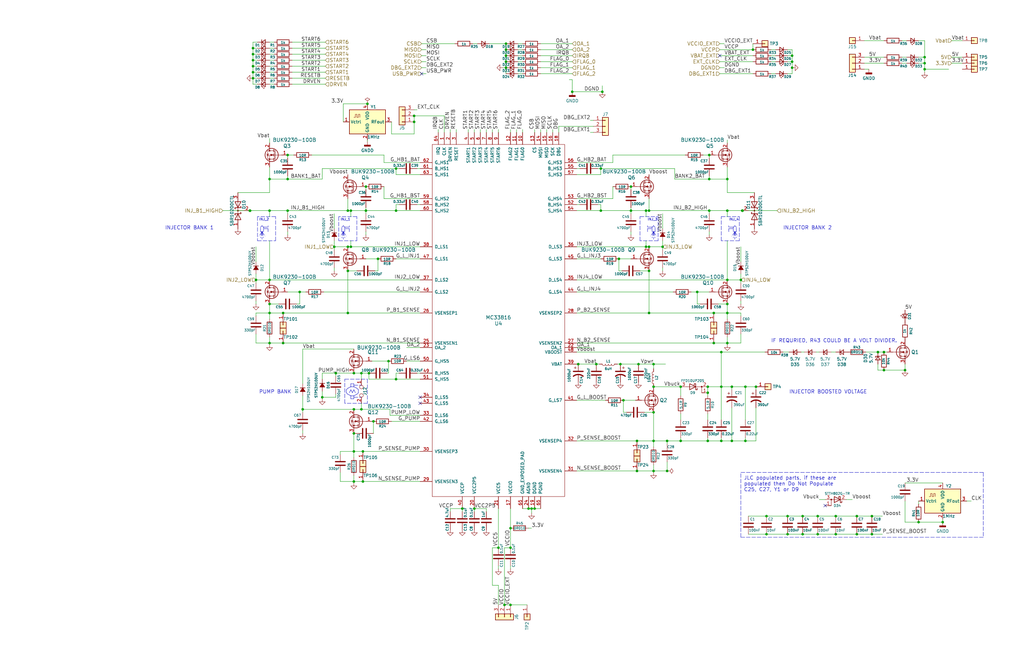
<source format=kicad_sch>
(kicad_sch (version 20210406) (generator eeschema)
  (paper "B")
  (title_block (title "Common Rail MC33816") (date "2020-11-26") (rev "0.3.3") (company "rusEFI.com"))
  (junction (at 105.41 88.9) (diameter 1.016))
  (junction (at 106.68 20.32) (diameter 0.9144))
  (junction (at 106.68 22.86) (diameter 0.9144))
  (junction (at 106.68 25.4) (diameter 0.9144))
  (junction (at 106.68 27.94) (diameter 0.9144))
  (junction (at 106.68 30.48) (diameter 0.9144))
  (junction (at 106.68 33.02) (diameter 0.9144))
  (junction (at 107.95 118.11) (diameter 0.9144))
  (junction (at 113.665 75.565) (diameter 0.9144))
  (junction (at 113.665 88.9) (diameter 0.9144))
  (junction (at 113.665 118.11) (diameter 0.9144))
  (junction (at 113.665 128.27) (diameter 0.9144))
  (junction (at 113.665 132.08) (diameter 0.9144))
  (junction (at 113.665 144.78) (diameter 0.9144))
  (junction (at 119.38 132.08) (diameter 0.9144))
  (junction (at 119.38 144.78) (diameter 0.9144))
  (junction (at 121.285 65.405) (diameter 0.9144))
  (junction (at 121.285 75.565) (diameter 0.9144))
  (junction (at 121.285 88.9) (diameter 0.9144))
  (junction (at 126.365 123.19) (diameter 0.9144))
  (junction (at 127.635 172.72) (diameter 0.9144))
  (junction (at 135.89 167.64) (diameter 0.9144))
  (junction (at 140.97 104.14) (diameter 0.9144))
  (junction (at 141.605 157.48) (diameter 0.9144))
  (junction (at 146.685 88.9) (diameter 0.9144))
  (junction (at 146.685 104.14) (diameter 0.9144))
  (junction (at 146.685 114.3) (diameter 0.9144))
  (junction (at 146.685 132.08) (diameter 0.9144))
  (junction (at 147.955 88.9) (diameter 0.9144))
  (junction (at 147.955 104.14) (diameter 0.9144))
  (junction (at 149.225 157.48) (diameter 0.9144))
  (junction (at 149.225 172.72) (diameter 0.9144))
  (junction (at 149.225 182.88) (diameter 0.9144))
  (junction (at 149.225 190.5) (diameter 0.9144))
  (junction (at 149.225 203.2) (diameter 0.9144))
  (junction (at 152.4 157.48) (diameter 0.9144))
  (junction (at 152.4 172.72) (diameter 0.9144))
  (junction (at 153.035 190.5) (diameter 0.9144))
  (junction (at 153.035 203.2) (diameter 0.9144))
  (junction (at 154.305 78.74) (diameter 0.9144))
  (junction (at 154.305 88.9) (diameter 0.9144))
  (junction (at 154.94 43.815) (diameter 0.9144))
  (junction (at 155.575 157.48) (diameter 0.9144))
  (junction (at 157.48 177.8) (diameter 0.9144))
  (junction (at 159.385 109.22) (diameter 0.9144))
  (junction (at 163.83 152.4) (diameter 0.9144))
  (junction (at 167.005 71.12) (diameter 0.9144))
  (junction (at 167.005 88.9) (diameter 0.9144))
  (junction (at 167.005 160.02) (diameter 0.9144))
  (junction (at 174.625 48.895) (diameter 0.9144))
  (junction (at 174.625 51.435) (diameter 0.9144))
  (junction (at 194.945 214.63) (diameter 0.9144))
  (junction (at 200.025 214.63) (diameter 0.9144))
  (junction (at 210.185 231.14) (diameter 0.9144))
  (junction (at 212.725 255.27) (diameter 0.9144))
  (junction (at 213.36 18.415) (diameter 0.9144))
  (junction (at 213.36 20.955) (diameter 0.9144))
  (junction (at 213.36 23.495) (diameter 0.9144))
  (junction (at 213.36 26.035) (diameter 0.9144))
  (junction (at 213.36 28.575) (diameter 0.9144))
  (junction (at 215.265 222.885) (diameter 0.9144))
  (junction (at 215.265 231.14) (diameter 0.9144))
  (junction (at 215.265 255.27) (diameter 0.9144))
  (junction (at 222.885 214.63) (diameter 0.9144))
  (junction (at 224.155 214.63) (diameter 0.9144))
  (junction (at 225.425 214.63) (diameter 0.9144))
  (junction (at 241.3 38.735) (diameter 0.9144))
  (junction (at 243.84 153.67) (diameter 0.9144))
  (junction (at 251.46 153.67) (diameter 0.9144))
  (junction (at 253.365 71.12) (diameter 0.9144))
  (junction (at 253.365 88.9) (diameter 0.9144))
  (junction (at 254 38.735) (diameter 0.9144))
  (junction (at 260.985 109.22) (diameter 0.9144))
  (junction (at 261.62 153.67) (diameter 0.9144))
  (junction (at 262.89 168.91) (diameter 0.9144))
  (junction (at 266.065 78.74) (diameter 0.9144))
  (junction (at 266.065 88.9) (diameter 0.9144))
  (junction (at 268.605 186.055) (diameter 0.9144))
  (junction (at 268.605 198.755) (diameter 0.9144))
  (junction (at 269.24 153.67) (diameter 0.9144))
  (junction (at 272.415 88.9) (diameter 0.9144))
  (junction (at 272.415 104.14) (diameter 0.9144))
  (junction (at 273.685 88.9) (diameter 0.9144))
  (junction (at 273.685 104.14) (diameter 0.9144))
  (junction (at 273.685 114.3) (diameter 0.9144))
  (junction (at 273.685 132.08) (diameter 0.9144))
  (junction (at 275.59 153.67) (diameter 0.9144))
  (junction (at 275.59 163.195) (diameter 0.9144))
  (junction (at 275.59 173.99) (diameter 0.9144))
  (junction (at 275.59 186.055) (diameter 0.9144))
  (junction (at 275.59 198.755) (diameter 0.9144))
  (junction (at 279.4 104.14) (diameter 0.9144))
  (junction (at 281.305 186.055) (diameter 0.9144))
  (junction (at 281.305 198.755) (diameter 0.9144))
  (junction (at 287.02 163.195) (diameter 0.9144))
  (junction (at 287.02 186.055) (diameter 0.9144))
  (junction (at 294.005 123.19) (diameter 0.9144))
  (junction (at 298.45 163.195) (diameter 0.9144))
  (junction (at 298.45 165.735) (diameter 0.9144))
  (junction (at 298.45 186.055) (diameter 0.9144))
  (junction (at 299.085 65.405) (diameter 0.9144))
  (junction (at 299.085 75.565) (diameter 0.9144))
  (junction (at 299.085 88.9) (diameter 0.9144))
  (junction (at 300.99 132.08) (diameter 0.9144))
  (junction (at 300.99 144.78) (diameter 0.9144))
  (junction (at 304.165 148.59) (diameter 0.9144))
  (junction (at 304.165 163.195) (diameter 0.9144))
  (junction (at 304.165 186.055) (diameter 0.9144))
  (junction (at 306.705 75.565) (diameter 0.9144))
  (junction (at 306.705 88.9) (diameter 0.9144))
  (junction (at 306.705 118.11) (diameter 0.9144))
  (junction (at 306.705 128.27) (diameter 0.9144))
  (junction (at 306.705 132.08) (diameter 0.9144))
  (junction (at 306.705 144.78) (diameter 0.9144))
  (junction (at 308.61 163.195) (diameter 0.9144))
  (junction (at 308.61 186.055) (diameter 0.9144))
  (junction (at 312.42 118.11) (diameter 0.9144))
  (junction (at 313.055 88.9) (diameter 1.016))
  (junction (at 314.325 163.195) (diameter 0.9144))
  (junction (at 314.325 186.055) (diameter 0.9144))
  (junction (at 317.5 20.955) (diameter 0.9144))
  (junction (at 318.77 163.195) (diameter 0.9144))
  (junction (at 323.215 217.805) (diameter 0.9144))
  (junction (at 323.215 225.425) (diameter 0.9144))
  (junction (at 332.105 217.805) (diameter 0.9144))
  (junction (at 332.105 225.425) (diameter 0.9144))
  (junction (at 334.01 23.495) (diameter 0.9144))
  (junction (at 334.01 26.035) (diameter 0.9144))
  (junction (at 334.01 28.575) (diameter 0.9144))
  (junction (at 338.455 217.805) (diameter 0.9144))
  (junction (at 338.455 225.425) (diameter 0.9144))
  (junction (at 344.805 217.805) (diameter 0.9144))
  (junction (at 344.805 225.425) (diameter 0.9144))
  (junction (at 352.425 217.805) (diameter 0.9144))
  (junction (at 352.425 225.425) (diameter 0.9144))
  (junction (at 361.315 217.805) (diameter 0.9144))
  (junction (at 361.315 225.425) (diameter 0.9144))
  (junction (at 367.665 217.805) (diameter 0.9144))
  (junction (at 367.665 225.425) (diameter 0.9144))
  (junction (at 370.205 148.59) (diameter 0.9144))
  (junction (at 372.745 148.59) (diameter 0.9144))
  (junction (at 372.745 156.21) (diameter 0.9144))
  (junction (at 381.635 156.21) (diameter 0.9144))
  (junction (at 387.35 220.345) (diameter 0.9144))
  (junction (at 389.89 24.13) (diameter 0.9144))
  (junction (at 389.89 26.67) (diameter 0.9144))
  (junction (at 389.89 29.21) (diameter 0.9144))
  (junction (at 397.51 220.345) (diameter 0.9144))
  (no_connect (at 177.165 167.64))
  (no_connect (at 177.165 170.18))
  (no_connect (at 177.8 31.115))
  (no_connect (at 303.53 23.495))
  (no_connect (at 347.98 213.36))
  (wire (pts (xy 93.98 88.9) (xy 105.41 88.9)))
  (wire (pts (xy 105.41 88.9) (xy 113.665 88.9)))
  (wire (pts (xy 106.68 17.78) (xy 108.585 17.78)))
  (wire (pts (xy 106.68 20.32) (xy 106.68 17.78)))
  (wire (pts (xy 106.68 20.32) (xy 108.585 20.32)))
  (wire (pts (xy 106.68 22.86) (xy 106.68 20.32)))
  (wire (pts (xy 106.68 22.86) (xy 108.585 22.86)))
  (wire (pts (xy 106.68 25.4) (xy 106.68 22.86)))
  (wire (pts (xy 106.68 25.4) (xy 108.585 25.4)))
  (wire (pts (xy 106.68 27.94) (xy 106.68 25.4)))
  (wire (pts (xy 106.68 27.94) (xy 108.585 27.94)))
  (wire (pts (xy 106.68 30.48) (xy 106.68 27.94)))
  (wire (pts (xy 106.68 30.48) (xy 108.585 30.48)))
  (wire (pts (xy 106.68 33.02) (xy 106.68 30.48)))
  (wire (pts (xy 106.68 33.02) (xy 108.585 33.02)))
  (wire (pts (xy 106.68 35.56) (xy 106.68 33.02)))
  (wire (pts (xy 106.68 35.56) (xy 108.585 35.56)))
  (wire (pts (xy 107.95 104.14) (xy 107.95 110.49)))
  (wire (pts (xy 107.95 115.57) (xy 107.95 118.11)))
  (wire (pts (xy 107.95 118.11) (xy 107.95 119.38)))
  (wire (pts (xy 107.95 118.11) (xy 113.665 118.11)))
  (wire (pts (xy 107.95 127) (xy 107.95 128.27)))
  (wire (pts (xy 107.95 132.08) (xy 113.665 132.08)))
  (wire (pts (xy 107.95 133.35) (xy 107.95 132.08)))
  (wire (pts (xy 107.95 140.97) (xy 107.95 144.78)))
  (wire (pts (xy 107.95 144.78) (xy 113.665 144.78)))
  (wire (pts (xy 113.665 60.325) (xy 113.665 58.42)))
  (wire (pts (xy 113.665 70.485) (xy 113.665 75.565)))
  (wire (pts (xy 113.665 75.565) (xy 113.665 81.28)))
  (wire (pts (xy 113.665 75.565) (xy 121.285 75.565)))
  (wire (pts (xy 113.665 81.28) (xy 100.33 81.28)))
  (wire (pts (xy 113.665 88.9) (xy 121.285 88.9)))
  (wire (pts (xy 113.665 91.44) (xy 113.665 88.9)))
  (wire (pts (xy 113.665 101.6) (xy 113.665 118.11)))
  (wire (pts (xy 113.665 118.11) (xy 177.165 118.11)))
  (wire (pts (xy 113.665 128.27) (xy 113.665 132.08)))
  (wire (pts (xy 113.665 128.27) (xy 117.475 128.27)))
  (wire (pts (xy 113.665 132.08) (xy 113.665 134.62)))
  (wire (pts (xy 113.665 142.24) (xy 113.665 144.78)))
  (wire (pts (xy 113.665 144.78) (xy 113.665 145.415)))
  (wire (pts (xy 113.665 144.78) (xy 119.38 144.78)))
  (wire (pts (xy 115.57 17.78) (xy 113.665 17.78)))
  (wire (pts (xy 115.57 20.32) (xy 113.665 20.32)))
  (wire (pts (xy 115.57 22.86) (xy 113.665 22.86)))
  (wire (pts (xy 115.57 25.4) (xy 113.665 25.4)))
  (wire (pts (xy 115.57 27.94) (xy 113.665 27.94)))
  (wire (pts (xy 115.57 30.48) (xy 113.665 30.48)))
  (wire (pts (xy 115.57 33.02) (xy 113.665 33.02)))
  (wire (pts (xy 115.57 35.56) (xy 113.665 35.56)))
  (wire (pts (xy 119.38 132.08) (xy 113.665 132.08)))
  (wire (pts (xy 119.38 144.78) (xy 177.165 144.78)))
  (wire (pts (xy 121.285 65.405) (xy 121.285 66.675)))
  (wire (pts (xy 121.285 74.295) (xy 121.285 75.565)))
  (wire (pts (xy 121.285 75.565) (xy 135.89 75.565)))
  (wire (pts (xy 121.285 88.9) (xy 146.685 88.9)))
  (wire (pts (xy 121.285 90.17) (xy 121.285 88.9)))
  (wire (pts (xy 121.285 99.06) (xy 121.285 97.79)))
  (wire (pts (xy 121.285 123.19) (xy 126.365 123.19)))
  (wire (pts (xy 123.19 17.78) (xy 137.16 17.78)))
  (wire (pts (xy 123.19 20.32) (xy 137.16 20.32)))
  (wire (pts (xy 123.19 22.86) (xy 137.16 22.86)))
  (wire (pts (xy 123.19 25.4) (xy 137.16 25.4)))
  (wire (pts (xy 123.19 27.94) (xy 137.16 27.94)))
  (wire (pts (xy 123.19 30.48) (xy 137.16 30.48)))
  (wire (pts (xy 123.19 33.02) (xy 137.16 33.02)))
  (wire (pts (xy 123.19 35.56) (xy 137.16 35.56)))
  (wire (pts (xy 123.825 65.405) (xy 121.285 65.405)))
  (wire (pts (xy 126.365 123.19) (xy 126.365 128.27)))
  (wire (pts (xy 126.365 123.19) (xy 128.905 123.19)))
  (wire (pts (xy 126.365 128.27) (xy 125.095 128.27)))
  (wire (pts (xy 127.635 147.32) (xy 127.635 161.925)))
  (wire (pts (xy 127.635 147.32) (xy 149.225 147.32)))
  (wire (pts (xy 127.635 167.005) (xy 127.635 172.72)))
  (wire (pts (xy 127.635 172.72) (xy 127.635 173.99)))
  (wire (pts (xy 127.635 182.88) (xy 127.635 181.61)))
  (wire (pts (xy 135.89 71.12) (xy 167.005 71.12)))
  (wire (pts (xy 135.89 75.565) (xy 135.89 71.12)))
  (wire (pts (xy 135.89 157.48) (xy 135.89 160.02)))
  (wire (pts (xy 135.89 157.48) (xy 141.605 157.48)))
  (wire (pts (xy 135.89 165.1) (xy 135.89 167.64)))
  (wire (pts (xy 135.89 167.64) (xy 135.89 168.275)))
  (wire (pts (xy 136.525 123.19) (xy 177.165 123.19)))
  (wire (pts (xy 140.97 90.17) (xy 140.97 96.52)))
  (wire (pts (xy 140.97 101.6) (xy 140.97 104.14)))
  (wire (pts (xy 140.97 104.14) (xy 140.97 105.41)))
  (wire (pts (xy 140.97 113.03) (xy 140.97 114.3)))
  (wire (pts (xy 141.605 157.48) (xy 141.605 158.75)))
  (wire (pts (xy 141.605 157.48) (xy 149.225 157.48)))
  (wire (pts (xy 141.605 166.37) (xy 141.605 167.64)))
  (wire (pts (xy 141.605 167.64) (xy 135.89 167.64)))
  (wire (pts (xy 143.51 190.5) (xy 149.225 190.5)))
  (wire (pts (xy 143.51 191.77) (xy 143.51 190.5)))
  (wire (pts (xy 143.51 199.39) (xy 143.51 203.2)))
  (wire (pts (xy 143.51 203.2) (xy 149.225 203.2)))
  (wire (pts (xy 144.78 43.815) (xy 144.78 51.435)))
  (wire (pts (xy 146.685 83.82) (xy 146.685 88.9)))
  (wire (pts (xy 146.685 88.9) (xy 147.955 88.9)))
  (wire (pts (xy 146.685 104.14) (xy 140.97 104.14)))
  (wire (pts (xy 146.685 114.3) (xy 150.495 114.3)))
  (wire (pts (xy 146.685 132.08) (xy 119.38 132.08)))
  (wire (pts (xy 146.685 132.08) (xy 146.685 114.3)))
  (wire (pts (xy 146.685 132.08) (xy 177.165 132.08)))
  (wire (pts (xy 147.955 88.9) (xy 154.305 88.9)))
  (wire (pts (xy 147.955 91.44) (xy 147.955 88.9)))
  (wire (pts (xy 147.955 101.6) (xy 147.955 104.14)))
  (wire (pts (xy 147.955 104.14) (xy 146.685 104.14)))
  (wire (pts (xy 147.955 104.14) (xy 177.165 104.14)))
  (wire (pts (xy 149.225 157.48) (xy 152.4 157.48)))
  (wire (pts (xy 149.225 172.72) (xy 127.635 172.72)))
  (wire (pts (xy 149.225 182.88) (xy 149.225 190.5)))
  (wire (pts (xy 149.225 182.88) (xy 149.86 182.88)))
  (wire (pts (xy 149.225 190.5) (xy 149.225 193.04)))
  (wire (pts (xy 149.225 190.5) (xy 153.035 190.5)))
  (wire (pts (xy 149.225 200.66) (xy 149.225 203.2)))
  (wire (pts (xy 149.225 203.2) (xy 149.225 203.835)))
  (wire (pts (xy 149.225 203.2) (xy 153.035 203.2)))
  (wire (pts (xy 152.4 157.48) (xy 155.575 157.48)))
  (wire (pts (xy 152.4 160.02) (xy 152.4 157.48)))
  (wire (pts (xy 152.4 170.18) (xy 152.4 172.72)))
  (wire (pts (xy 152.4 172.72) (xy 149.225 172.72)))
  (wire (pts (xy 152.4 172.72) (xy 164.465 172.72)))
  (wire (pts (xy 153.035 190.5) (xy 177.165 190.5)))
  (wire (pts (xy 153.035 203.2) (xy 177.165 203.2)))
  (wire (pts (xy 154.305 78.74) (xy 154.305 80.01)))
  (wire (pts (xy 154.305 87.63) (xy 154.305 88.9)))
  (wire (pts (xy 154.305 88.9) (xy 154.305 90.17)))
  (wire (pts (xy 154.305 88.9) (xy 167.005 88.9)))
  (wire (pts (xy 154.305 97.79) (xy 154.305 99.06)))
  (wire (pts (xy 154.94 43.815) (xy 144.78 43.815)))
  (wire (pts (xy 154.94 59.69) (xy 154.94 59.055)))
  (wire (pts (xy 155.575 157.48) (xy 155.575 160.02)))
  (wire (pts (xy 155.575 160.02) (xy 167.005 160.02)))
  (wire (pts (xy 156.845 152.4) (xy 163.83 152.4)))
  (wire (pts (xy 156.845 177.8) (xy 157.48 177.8)))
  (wire (pts (xy 157.48 177.8) (xy 157.48 182.88)))
  (wire (pts (xy 159.385 109.22) (xy 154.305 109.22)))
  (wire (pts (xy 159.385 109.22) (xy 159.385 114.3)))
  (wire (pts (xy 159.385 114.3) (xy 158.115 114.3)))
  (wire (pts (xy 161.925 65.405) (xy 131.445 65.405)))
  (wire (pts (xy 161.925 68.58) (xy 161.925 65.405)))
  (wire (pts (xy 161.925 78.74) (xy 161.925 83.82)))
  (wire (pts (xy 161.925 83.82) (xy 177.165 83.82)))
  (wire (pts (xy 163.83 152.4) (xy 163.83 157.48)))
  (wire (pts (xy 163.83 157.48) (xy 163.195 157.48)))
  (wire (pts (xy 164.465 172.72) (xy 164.465 175.26)))
  (wire (pts (xy 164.465 175.26) (xy 177.165 175.26)))
  (wire (pts (xy 165.1 51.435) (xy 165.1 56.515)))
  (wire (pts (xy 165.1 177.8) (xy 177.165 177.8)))
  (wire (pts (xy 167.005 71.12) (xy 167.005 73.66)))
  (wire (pts (xy 167.005 71.12) (xy 168.275 71.12)))
  (wire (pts (xy 167.005 73.66) (xy 177.165 73.66)))
  (wire (pts (xy 167.005 86.36) (xy 167.005 88.9)))
  (wire (pts (xy 167.005 86.36) (xy 168.275 86.36)))
  (wire (pts (xy 167.005 88.9) (xy 177.165 88.9)))
  (wire (pts (xy 167.005 109.22) (xy 177.165 109.22)))
  (wire (pts (xy 167.005 157.48) (xy 167.005 160.02)))
  (wire (pts (xy 167.005 157.48) (xy 168.275 157.48)))
  (wire (pts (xy 167.005 160.02) (xy 177.165 160.02)))
  (wire (pts (xy 171.45 152.4) (xy 177.165 152.4)))
  (wire (pts (xy 174.625 46.355) (xy 175.895 46.355)))
  (wire (pts (xy 174.625 51.435) (xy 174.625 48.895)))
  (wire (pts (xy 174.625 56.515) (xy 165.1 56.515)))
  (wire (pts (xy 174.625 56.515) (xy 174.625 51.435)))
  (wire (pts (xy 175.895 86.36) (xy 177.165 86.36)))
  (wire (pts (xy 175.895 157.48) (xy 177.165 157.48)))
  (wire (pts (xy 177.165 68.58) (xy 161.925 68.58)))
  (wire (pts (xy 177.165 71.12) (xy 175.895 71.12)))
  (wire (pts (xy 177.165 146.685) (xy 171.45 146.685)))
  (wire (pts (xy 177.8 18.415) (xy 191.77 18.415)))
  (wire (pts (xy 177.8 20.955) (xy 179.705 20.955)))
  (wire (pts (xy 177.8 23.495) (xy 179.705 23.495)))
  (wire (pts (xy 177.8 26.035) (xy 179.705 26.035)))
  (wire (pts (xy 177.8 28.575) (xy 179.705 28.575)))
  (wire (pts (xy 177.8 31.115) (xy 179.705 31.115)))
  (wire (pts (xy 184.785 54.61) (xy 184.785 55.88)))
  (wire (pts (xy 187.325 48.895) (xy 174.625 48.895)))
  (wire (pts (xy 187.325 55.88) (xy 187.325 48.895)))
  (wire (pts (xy 189.865 54.61) (xy 189.865 55.88)))
  (wire (pts (xy 189.865 214.63) (xy 189.865 215.9)))
  (wire (pts (xy 192.405 54.61) (xy 192.405 55.88)))
  (wire (pts (xy 194.945 214.63) (xy 189.865 214.63)))
  (wire (pts (xy 194.945 215.9) (xy 194.945 214.63)))
  (wire (pts (xy 197.485 54.61) (xy 197.485 55.88)))
  (wire (pts (xy 199.39 18.415) (xy 201.295 18.415)))
  (wire (pts (xy 200.025 54.61) (xy 200.025 55.88)))
  (wire (pts (xy 200.025 214.63) (xy 200.025 215.9)))
  (wire (pts (xy 202.565 54.61) (xy 202.565 55.88)))
  (wire (pts (xy 205.105 54.61) (xy 205.105 55.88)))
  (wire (pts (xy 205.105 214.63) (xy 200.025 214.63)))
  (wire (pts (xy 205.105 215.9) (xy 205.105 214.63)))
  (wire (pts (xy 207.645 54.61) (xy 207.645 55.88)))
  (wire (pts (xy 207.645 231.14) (xy 210.185 231.14)))
  (wire (pts (xy 207.645 247.015) (xy 207.645 231.14)))
  (wire (pts (xy 210.185 54.61) (xy 210.185 55.88)))
  (wire (pts (xy 210.185 231.14) (xy 210.185 214.63)))
  (wire (pts (xy 210.185 238.76) (xy 210.185 240.03)))
  (wire (pts (xy 210.185 247.015) (xy 207.645 247.015)))
  (wire (pts (xy 210.185 255.27) (xy 210.185 247.015)))
  (wire (pts (xy 212.09 28.575) (xy 213.36 28.575)))
  (wire (pts (xy 212.725 231.14) (xy 212.725 255.27)))
  (wire (pts (xy 212.725 231.14) (xy 215.265 231.14)))
  (wire (pts (xy 212.725 255.27) (xy 215.265 255.27)))
  (wire (pts (xy 213.36 18.415) (xy 206.375 18.415)))
  (wire (pts (xy 213.36 18.415) (xy 213.36 20.955)))
  (wire (pts (xy 213.36 20.955) (xy 213.36 23.495)))
  (wire (pts (xy 213.36 23.495) (xy 213.36 26.035)))
  (wire (pts (xy 213.36 26.035) (xy 213.36 28.575)))
  (wire (pts (xy 213.36 28.575) (xy 213.36 31.115)))
  (wire (pts (xy 215.265 54.61) (xy 215.265 55.88)))
  (wire (pts (xy 215.265 222.885) (xy 215.265 214.63)))
  (wire (pts (xy 215.265 231.14) (xy 215.265 222.885)))
  (wire (pts (xy 215.265 238.76) (xy 215.265 240.03)))
  (wire (pts (xy 215.265 255.27) (xy 222.25 255.27)))
  (wire (pts (xy 217.805 54.61) (xy 217.805 55.88)))
  (wire (pts (xy 220.345 18.415) (xy 218.44 18.415)))
  (wire (pts (xy 220.345 20.955) (xy 218.44 20.955)))
  (wire (pts (xy 220.345 23.495) (xy 218.44 23.495)))
  (wire (pts (xy 220.345 26.035) (xy 218.44 26.035)))
  (wire (pts (xy 220.345 28.575) (xy 218.44 28.575)))
  (wire (pts (xy 220.345 31.115) (xy 218.44 31.115)))
  (wire (pts (xy 220.345 54.61) (xy 220.345 55.88)))
  (wire (pts (xy 220.345 214.63) (xy 222.885 214.63)))
  (wire (pts (xy 222.885 214.63) (xy 224.155 214.63)))
  (wire (pts (xy 224.155 214.63) (xy 224.155 216.535)))
  (wire (pts (xy 224.155 214.63) (xy 225.425 214.63)))
  (wire (pts (xy 224.155 222.885) (xy 222.885 222.885)))
  (wire (pts (xy 225.425 54.61) (xy 225.425 55.88)))
  (wire (pts (xy 225.425 214.63) (xy 227.965 214.63)))
  (wire (pts (xy 227.965 18.415) (xy 241.3 18.415)))
  (wire (pts (xy 227.965 20.955) (xy 241.3 20.955)))
  (wire (pts (xy 227.965 23.495) (xy 241.3 23.495)))
  (wire (pts (xy 227.965 26.035) (xy 241.3 26.035)))
  (wire (pts (xy 227.965 28.575) (xy 241.3 28.575)))
  (wire (pts (xy 227.965 31.115) (xy 241.3 31.115)))
  (wire (pts (xy 227.965 54.61) (xy 227.965 55.88)))
  (wire (pts (xy 230.505 54.61) (xy 230.505 55.88)))
  (wire (pts (xy 233.045 54.61) (xy 233.045 55.88)))
  (wire (pts (xy 235.585 53.34) (xy 250.19 53.34)))
  (wire (pts (xy 235.585 55.88) (xy 235.585 53.34)))
  (wire (pts (xy 240.03 33.655) (xy 241.3 33.655)))
  (wire (pts (xy 241.3 33.655) (xy 241.3 38.735)))
  (wire (pts (xy 243.205 68.58) (xy 258.445 68.58)))
  (wire (pts (xy 243.205 83.82) (xy 258.445 83.82)))
  (wire (pts (xy 243.205 86.36) (xy 244.475 86.36)))
  (wire (pts (xy 243.205 88.9) (xy 253.365 88.9)))
  (wire (pts (xy 243.205 104.14) (xy 272.415 104.14)))
  (wire (pts (xy 243.205 109.22) (xy 253.365 109.22)))
  (wire (pts (xy 243.205 118.11) (xy 306.705 118.11)))
  (wire (pts (xy 243.205 123.19) (xy 283.845 123.19)))
  (wire (pts (xy 243.205 132.08) (xy 273.685 132.08)))
  (wire (pts (xy 243.205 168.91) (xy 255.27 168.91)))
  (wire (pts (xy 243.84 153.67) (xy 243.205 153.67)))
  (wire (pts (xy 244.475 71.12) (xy 243.205 71.12)))
  (wire (pts (xy 248.92 50.8) (xy 250.19 50.8)))
  (wire (pts (xy 248.92 55.88) (xy 250.19 55.88)))
  (wire (pts (xy 248.92 146.685) (xy 243.205 146.685)))
  (wire (pts (xy 251.46 153.67) (xy 243.84 153.67)))
  (wire (pts (xy 252.095 71.12) (xy 253.365 71.12)))
  (wire (pts (xy 252.095 86.36) (xy 253.365 86.36)))
  (wire (pts (xy 252.73 153.67) (xy 251.46 153.67)))
  (wire (pts (xy 253.365 71.12) (xy 253.365 73.66)))
  (wire (pts (xy 253.365 71.12) (xy 284.48 71.12)))
  (wire (pts (xy 253.365 73.66) (xy 243.205 73.66)))
  (wire (pts (xy 253.365 86.36) (xy 253.365 88.9)))
  (wire (pts (xy 253.365 88.9) (xy 266.065 88.9)))
  (wire (pts (xy 254 36.195) (xy 254 38.735)))
  (wire (pts (xy 254 38.735) (xy 241.3 38.735)))
  (wire (pts (xy 258.445 65.405) (xy 288.925 65.405)))
  (wire (pts (xy 258.445 68.58) (xy 258.445 65.405)))
  (wire (pts (xy 258.445 83.82) (xy 258.445 78.74)))
  (wire (pts (xy 260.985 109.22) (xy 260.985 114.3)))
  (wire (pts (xy 260.985 109.22) (xy 266.065 109.22)))
  (wire (pts (xy 260.985 114.3) (xy 262.255 114.3)))
  (wire (pts (xy 261.62 153.67) (xy 260.35 153.67)))
  (wire (pts (xy 262.89 168.91) (xy 262.89 173.99)))
  (wire (pts (xy 262.89 168.91) (xy 267.97 168.91)))
  (wire (pts (xy 262.89 173.99) (xy 264.16 173.99)))
  (wire (pts (xy 266.065 78.74) (xy 266.065 80.01)))
  (wire (pts (xy 266.065 87.63) (xy 266.065 88.9)))
  (wire (pts (xy 266.065 88.9) (xy 266.065 90.17)))
  (wire (pts (xy 266.065 88.9) (xy 272.415 88.9)))
  (wire (pts (xy 266.065 99.06) (xy 266.065 97.79)))
  (wire (pts (xy 268.605 186.055) (xy 243.205 186.055)))
  (wire (pts (xy 268.605 198.755) (xy 243.205 198.755)))
  (wire (pts (xy 269.24 153.67) (xy 261.62 153.67)))
  (wire (pts (xy 269.875 114.3) (xy 273.685 114.3)))
  (wire (pts (xy 271.78 173.99) (xy 275.59 173.99)))
  (wire (pts (xy 272.415 88.9) (xy 273.685 88.9)))
  (wire (pts (xy 272.415 91.44) (xy 272.415 88.9)))
  (wire (pts (xy 272.415 101.6) (xy 272.415 104.14)))
  (wire (pts (xy 272.415 104.14) (xy 273.685 104.14)))
  (wire (pts (xy 273.685 83.82) (xy 273.685 88.9)))
  (wire (pts (xy 273.685 88.9) (xy 299.085 88.9)))
  (wire (pts (xy 273.685 104.14) (xy 279.4 104.14)))
  (wire (pts (xy 273.685 114.3) (xy 273.685 132.08)))
  (wire (pts (xy 275.59 153.67) (xy 269.24 153.67)))
  (wire (pts (xy 275.59 153.67) (xy 275.59 155.575)))
  (wire (pts (xy 275.59 153.67) (xy 280.67 153.67)))
  (wire (pts (xy 275.59 163.195) (xy 287.02 163.195)))
  (wire (pts (xy 275.59 163.83) (xy 275.59 163.195)))
  (wire (pts (xy 275.59 173.99) (xy 275.59 186.055)))
  (wire (pts (xy 275.59 186.055) (xy 268.605 186.055)))
  (wire (pts (xy 275.59 186.055) (xy 275.59 188.595)))
  (wire (pts (xy 275.59 186.055) (xy 281.305 186.055)))
  (wire (pts (xy 275.59 196.215) (xy 275.59 198.755)))
  (wire (pts (xy 275.59 198.755) (xy 268.605 198.755)))
  (wire (pts (xy 275.59 198.755) (xy 275.59 199.39)))
  (wire (pts (xy 275.59 198.755) (xy 281.305 198.755)))
  (wire (pts (xy 279.4 90.17) (xy 279.4 96.52)))
  (wire (pts (xy 279.4 101.6) (xy 279.4 104.14)))
  (wire (pts (xy 279.4 104.14) (xy 279.4 105.41)))
  (wire (pts (xy 279.4 113.03) (xy 279.4 114.3)))
  (wire (pts (xy 281.305 186.055) (xy 287.02 186.055)))
  (wire (pts (xy 281.305 187.325) (xy 281.305 186.055)))
  (wire (pts (xy 281.305 198.755) (xy 281.305 194.945)))
  (wire (pts (xy 284.48 71.12) (xy 284.48 75.565)))
  (wire (pts (xy 284.48 75.565) (xy 299.085 75.565)))
  (wire (pts (xy 287.02 163.195) (xy 287.02 167.005)))
  (wire (pts (xy 287.02 174.625) (xy 287.02 177.165)))
  (wire (pts (xy 287.02 184.785) (xy 287.02 186.055)))
  (wire (pts (xy 287.02 186.055) (xy 298.45 186.055)))
  (wire (pts (xy 291.465 123.19) (xy 294.005 123.19)))
  (wire (pts (xy 294.005 123.19) (xy 294.005 128.27)))
  (wire (pts (xy 294.005 123.19) (xy 299.085 123.19)))
  (wire (pts (xy 294.005 128.27) (xy 295.275 128.27)))
  (wire (pts (xy 298.45 163.195) (xy 304.165 163.195)))
  (wire (pts (xy 298.45 165.735) (xy 298.45 163.195)))
  (wire (pts (xy 298.45 167.005) (xy 298.45 165.735)))
  (wire (pts (xy 298.45 174.625) (xy 298.45 177.165)))
  (wire (pts (xy 298.45 184.785) (xy 298.45 186.055)))
  (wire (pts (xy 298.45 186.055) (xy 304.165 186.055)))
  (wire (pts (xy 299.085 65.405) (xy 296.545 65.405)))
  (wire (pts (xy 299.085 66.675) (xy 299.085 65.405)))
  (wire (pts (xy 299.085 74.295) (xy 299.085 75.565)))
  (wire (pts (xy 299.085 75.565) (xy 306.705 75.565)))
  (wire (pts (xy 299.085 88.9) (xy 299.085 90.17)))
  (wire (pts (xy 299.085 88.9) (xy 306.705 88.9)))
  (wire (pts (xy 299.085 99.06) (xy 299.085 97.79)))
  (wire (pts (xy 300.99 132.08) (xy 273.685 132.08)))
  (wire (pts (xy 300.99 144.78) (xy 243.205 144.78)))
  (wire (pts (xy 302.895 128.27) (xy 306.705 128.27)))
  (wire (pts (xy 303.53 18.415) (xy 305.435 18.415)))
  (wire (pts (xy 303.53 20.955) (xy 317.5 20.955)))
  (wire (pts (xy 303.53 23.495) (xy 317.5 23.495)))
  (wire (pts (xy 303.53 26.035) (xy 317.5 26.035)))
  (wire (pts (xy 303.53 28.575) (xy 305.435 28.575)))
  (wire (pts (xy 303.53 31.115) (xy 317.5 31.115)))
  (wire (pts (xy 304.165 148.59) (xy 243.205 148.59)))
  (wire (pts (xy 304.165 148.59) (xy 304.165 163.195)))
  (wire (pts (xy 304.165 148.59) (xy 322.58 148.59)))
  (wire (pts (xy 304.165 163.195) (xy 304.165 177.165)))
  (wire (pts (xy 304.165 163.195) (xy 308.61 163.195)))
  (wire (pts (xy 304.165 184.785) (xy 304.165 186.055)))
  (wire (pts (xy 304.165 186.055) (xy 308.61 186.055)))
  (wire (pts (xy 306.705 59.055) (xy 306.705 60.325)))
  (wire (pts (xy 306.705 70.485) (xy 306.705 75.565)))
  (wire (pts (xy 306.705 75.565) (xy 306.705 81.28)))
  (wire (pts (xy 306.705 81.28) (xy 318.135 81.28)))
  (wire (pts (xy 306.705 88.9) (xy 306.705 91.44)))
  (wire (pts (xy 306.705 88.9) (xy 313.055 88.9)))
  (wire (pts (xy 306.705 101.6) (xy 306.705 118.11)))
  (wire (pts (xy 306.705 118.11) (xy 312.42 118.11)))
  (wire (pts (xy 306.705 128.27) (xy 306.705 132.08)))
  (wire (pts (xy 306.705 132.08) (xy 300.99 132.08)))
  (wire (pts (xy 306.705 132.08) (xy 306.705 134.62)))
  (wire (pts (xy 306.705 132.08) (xy 312.42 132.08)))
  (wire (pts (xy 306.705 142.24) (xy 306.705 144.78)))
  (wire (pts (xy 306.705 144.78) (xy 300.99 144.78)))
  (wire (pts (xy 306.705 144.78) (xy 306.705 145.415)))
  (wire (pts (xy 306.705 144.78) (xy 312.42 144.78)))
  (wire (pts (xy 308.61 163.195) (xy 308.61 164.465)))
  (wire (pts (xy 308.61 163.195) (xy 314.325 163.195)))
  (wire (pts (xy 308.61 172.085) (xy 308.61 186.055)))
  (wire (pts (xy 308.61 186.055) (xy 314.325 186.055)))
  (wire (pts (xy 312.42 104.14) (xy 312.42 110.49)))
  (wire (pts (xy 312.42 115.57) (xy 312.42 118.11)))
  (wire (pts (xy 312.42 118.11) (xy 312.42 119.38)))
  (wire (pts (xy 312.42 128.27) (xy 312.42 127)))
  (wire (pts (xy 312.42 132.08) (xy 312.42 133.35)))
  (wire (pts (xy 312.42 144.78) (xy 312.42 140.97)))
  (wire (pts (xy 313.055 88.9) (xy 327.66 88.9)))
  (wire (pts (xy 314.325 163.195) (xy 314.325 177.165)))
  (wire (pts (xy 314.325 163.195) (xy 318.77 163.195)))
  (wire (pts (xy 314.325 184.785) (xy 314.325 186.055)))
  (wire (pts (xy 314.325 186.055) (xy 318.77 186.055)))
  (wire (pts (xy 317.5 18.415) (xy 317.5 20.955)))
  (wire (pts (xy 318.77 163.195) (xy 318.77 164.465)))
  (wire (pts (xy 318.77 186.055) (xy 318.77 172.085)))
  (wire (pts (xy 323.215 217.805) (xy 315.595 217.805)))
  (wire (pts (xy 323.215 225.425) (xy 315.595 225.425)))
  (wire (pts (xy 323.215 225.425) (xy 332.105 225.425)))
  (wire (pts (xy 325.12 20.955) (xy 327.025 20.955)))
  (wire (pts (xy 325.12 23.495) (xy 327.025 23.495)))
  (wire (pts (xy 325.12 26.035) (xy 327.025 26.035)))
  (wire (pts (xy 325.12 31.115) (xy 327.025 31.115)))
  (wire (pts (xy 330.2 148.59) (xy 332.74 148.59)))
  (wire (pts (xy 332.105 217.805) (xy 323.215 217.805)))
  (wire (pts (xy 334.01 20.955) (xy 332.105 20.955)))
  (wire (pts (xy 334.01 23.495) (xy 332.105 23.495)))
  (wire (pts (xy 334.01 23.495) (xy 334.01 20.955)))
  (wire (pts (xy 334.01 26.035) (xy 332.105 26.035)))
  (wire (pts (xy 334.01 26.035) (xy 334.01 23.495)))
  (wire (pts (xy 334.01 28.575) (xy 334.01 26.035)))
  (wire (pts (xy 334.01 31.115) (xy 332.105 31.115)))
  (wire (pts (xy 334.01 31.115) (xy 334.01 28.575)))
  (wire (pts (xy 337.82 148.59) (xy 339.09 148.59)))
  (wire (pts (xy 338.455 217.805) (xy 332.105 217.805)))
  (wire (pts (xy 338.455 217.805) (xy 344.805 217.805)))
  (wire (pts (xy 338.455 225.425) (xy 332.105 225.425)))
  (wire (pts (xy 338.455 225.425) (xy 344.805 225.425)))
  (wire (pts (xy 344.17 148.59) (xy 345.44 148.59)))
  (wire (pts (xy 345.44 210.82) (xy 347.98 210.82)))
  (wire (pts (xy 350.52 148.59) (xy 352.425 148.59)))
  (wire (pts (xy 352.425 217.805) (xy 344.805 217.805)))
  (wire (pts (xy 352.425 225.425) (xy 344.805 225.425)))
  (wire (pts (xy 352.425 225.425) (xy 361.315 225.425)))
  (wire (pts (xy 356.87 210.82) (xy 359.41 210.82)))
  (wire (pts (xy 361.315 217.805) (xy 352.425 217.805)))
  (wire (pts (xy 364.49 17.145) (xy 372.745 17.145)))
  (wire (pts (xy 364.49 24.13) (xy 372.745 24.13)))
  (wire (pts (xy 364.49 26.67) (xy 372.745 26.67)))
  (wire (pts (xy 364.49 29.21) (xy 366.395 29.21)))
  (wire (pts (xy 365.125 148.59) (xy 370.205 148.59)))
  (wire (pts (xy 367.665 217.805) (xy 361.315 217.805)))
  (wire (pts (xy 367.665 217.805) (xy 372.11 217.805)))
  (wire (pts (xy 367.665 225.425) (xy 361.315 225.425)))
  (wire (pts (xy 370.205 156.21) (xy 370.205 153.67)))
  (wire (pts (xy 372.11 225.425) (xy 367.665 225.425)))
  (wire (pts (xy 372.745 148.59) (xy 370.205 148.59)))
  (wire (pts (xy 372.745 156.21) (xy 370.205 156.21)))
  (wire (pts (xy 374.015 148.59) (xy 372.745 148.59)))
  (wire (pts (xy 380.365 17.145) (xy 382.27 17.145)))
  (wire (pts (xy 380.365 24.13) (xy 382.27 24.13)))
  (wire (pts (xy 380.365 26.67) (xy 382.27 26.67)))
  (wire (pts (xy 381.635 153.67) (xy 381.635 156.21)))
  (wire (pts (xy 381.635 156.21) (xy 372.745 156.21)))
  (wire (pts (xy 381.635 203.835) (xy 397.51 203.835)))
  (wire (pts (xy 381.635 220.345) (xy 381.635 211.455)))
  (wire (pts (xy 387.35 17.145) (xy 389.89 17.145)))
  (wire (pts (xy 387.35 24.13) (xy 389.89 24.13)))
  (wire (pts (xy 387.35 26.67) (xy 389.89 26.67)))
  (wire (pts (xy 387.35 212.725) (xy 387.35 211.455)))
  (wire (pts (xy 387.35 220.345) (xy 381.635 220.345)))
  (wire (pts (xy 387.35 220.345) (xy 397.51 220.345)))
  (wire (pts (xy 389.89 17.145) (xy 389.89 24.13)))
  (wire (pts (xy 389.89 24.13) (xy 389.89 26.67)))
  (wire (pts (xy 389.89 26.67) (xy 389.89 29.21)))
  (wire (pts (xy 389.89 29.21) (xy 389.89 30.48)))
  (wire (pts (xy 397.51 219.075) (xy 397.51 220.345)))
  (wire (pts (xy 400.05 29.21) (xy 389.89 29.21)))
  (wire (pts (xy 401.32 17.145) (xy 405.765 17.145)))
  (wire (pts (xy 401.32 24.13) (xy 405.765 24.13)))
  (wire (pts (xy 401.32 26.67) (xy 405.765 26.67)))
  (wire (pts (xy 407.67 211.455) (xy 409.575 211.455)))
  (polyline (pts (xy 108.585 91.44) (xy 108.585 101.6)) (stroke (width 0) (type dash)))
  (polyline (pts (xy 108.585 101.6) (xy 116.205 101.6)) (stroke (width 0) (type dash)))
  (polyline (pts (xy 109.855 95.885) (xy 110.49 95.25)) (stroke (width 0) (type dash)))
  (polyline (pts (xy 109.855 97.79) (xy 109.855 95.885)) (stroke (width 0) (type dash)))
  (polyline (pts (xy 110.49 95.25) (xy 111.125 95.885)) (stroke (width 0) (type dash)))
  (polyline (pts (xy 110.49 97.79) (xy 109.22 99.695)) (stroke (width 0) (type dash)))
  (polyline (pts (xy 110.49 97.79) (xy 109.855 100.33)) (stroke (width 0) (type dash)))
  (polyline (pts (xy 110.49 97.79) (xy 110.49 100.965)) (stroke (width 0) (type dash)))
  (polyline (pts (xy 110.49 97.79) (xy 111.125 100.33)) (stroke (width 0) (type dash)))
  (polyline (pts (xy 110.49 97.79) (xy 111.76 99.695)) (stroke (width 0) (type dash)))
  (polyline (pts (xy 111.125 95.885) (xy 111.125 97.79)) (stroke (width 0) (type dash)))
  (polyline (pts (xy 111.125 95.885) (xy 113.03 95.885)) (stroke (width 0) (type dash)))
  (polyline (pts (xy 111.125 97.79) (xy 109.855 97.79)) (stroke (width 0) (type dash)))
  (polyline (pts (xy 113.03 95.885) (xy 113.03 95.25)) (stroke (width 0) (type dash)))
  (polyline (pts (xy 113.03 96.52) (xy 111.125 96.52)) (stroke (width 0) (type dash)))
  (polyline (pts (xy 113.03 96.52) (xy 113.03 97.79)) (stroke (width 0) (type dash)))
  (polyline (pts (xy 116.205 91.44) (xy 108.585 91.44)) (stroke (width 0) (type dash)))
  (polyline (pts (xy 116.205 101.6) (xy 116.205 91.44)) (stroke (width 0) (type dash)))
  (polyline (pts (xy 142.875 91.44) (xy 142.875 101.6)) (stroke (width 0) (type dash)))
  (polyline (pts (xy 142.875 101.6) (xy 150.495 101.6)) (stroke (width 0) (type dash)))
  (polyline (pts (xy 144.145 95.885) (xy 144.78 95.25)) (stroke (width 0) (type dash)))
  (polyline (pts (xy 144.145 97.79) (xy 144.145 95.885)) (stroke (width 0) (type dash)))
  (polyline (pts (xy 144.78 95.25) (xy 145.415 95.885)) (stroke (width 0) (type dash)))
  (polyline (pts (xy 144.78 97.79) (xy 143.51 99.695)) (stroke (width 0) (type dash)))
  (polyline (pts (xy 144.78 97.79) (xy 144.145 100.33)) (stroke (width 0) (type dash)))
  (polyline (pts (xy 144.78 97.79) (xy 144.78 100.965)) (stroke (width 0) (type dash)))
  (polyline (pts (xy 144.78 97.79) (xy 145.415 100.33)) (stroke (width 0) (type dash)))
  (polyline (pts (xy 144.78 97.79) (xy 146.05 99.695)) (stroke (width 0) (type dash)))
  (polyline (pts (xy 145.415 95.885) (xy 145.415 97.79)) (stroke (width 0) (type dash)))
  (polyline (pts (xy 145.415 95.885) (xy 147.32 95.885)) (stroke (width 0) (type dash)))
  (polyline (pts (xy 145.415 97.79) (xy 144.145 97.79)) (stroke (width 0) (type dash)))
  (polyline (pts (xy 145.415 160.02) (xy 154.94 160.02)) (stroke (width 0) (type dash)))
  (polyline (pts (xy 145.415 170.18) (xy 145.415 160.02)) (stroke (width 0) (type dash)))
  (polyline (pts (xy 146.05 164.465) (xy 146.685 163.83)) (stroke (width 0) (type dash)))
  (polyline (pts (xy 146.05 165.735) (xy 146.05 164.465)) (stroke (width 0) (type dash)))
  (polyline (pts (xy 146.685 163.83) (xy 147.955 163.195)) (stroke (width 0) (type dash)))
  (polyline (pts (xy 146.685 166.37) (xy 146.05 165.735)) (stroke (width 0) (type dash)))
  (polyline (pts (xy 147.32 95.885) (xy 147.32 95.25)) (stroke (width 0) (type dash)))
  (polyline (pts (xy 147.32 96.52) (xy 145.415 96.52)) (stroke (width 0) (type dash)))
  (polyline (pts (xy 147.32 96.52) (xy 147.32 97.79)) (stroke (width 0) (type dash)))
  (polyline (pts (xy 147.32 165.735) (xy 147.955 164.465)) (stroke (width 0) (type dash)))
  (polyline (pts (xy 147.955 161.925) (xy 147.955 163.195)) (stroke (width 0) (type dash)))
  (polyline (pts (xy 147.955 161.925) (xy 149.225 161.925)) (stroke (width 0) (type dash)))
  (polyline (pts (xy 147.955 163.195) (xy 149.225 163.195)) (stroke (width 0) (type dash)))
  (polyline (pts (xy 147.955 164.465) (xy 148.59 165.735)) (stroke (width 0) (type dash)))
  (polyline (pts (xy 147.955 167.005) (xy 146.685 166.37)) (stroke (width 0) (type dash)))
  (polyline (pts (xy 147.955 167.005) (xy 149.225 167.005)) (stroke (width 0) (type dash)))
  (polyline (pts (xy 147.955 168.275) (xy 147.955 167.005)) (stroke (width 0) (type dash)))
  (polyline (pts (xy 147.955 168.275) (xy 149.225 168.275)) (stroke (width 0) (type dash)))
  (polyline (pts (xy 148.59 165.735) (xy 149.225 164.465)) (stroke (width 0) (type dash)))
  (polyline (pts (xy 149.225 162.56) (xy 152.4 162.56)) (stroke (width 0) (type dash)))
  (polyline (pts (xy 149.225 163.195) (xy 149.225 161.925)) (stroke (width 0) (type dash)))
  (polyline (pts (xy 149.225 164.465) (xy 149.86 165.735)) (stroke (width 0) (type dash)))
  (polyline (pts (xy 149.225 167.005) (xy 149.225 168.275)) (stroke (width 0) (type dash)))
  (polyline (pts (xy 149.225 167.005) (xy 150.495 166.37)) (stroke (width 0) (type dash)))
  (polyline (pts (xy 149.225 167.64) (xy 152.4 167.64)) (stroke (width 0) (type dash)))
  (polyline (pts (xy 150.495 91.44) (xy 142.875 91.44)) (stroke (width 0) (type dash)))
  (polyline (pts (xy 150.495 101.6) (xy 150.495 91.44)) (stroke (width 0) (type dash)))
  (polyline (pts (xy 150.495 163.83) (xy 149.225 163.195)) (stroke (width 0) (type dash)))
  (polyline (pts (xy 150.495 166.37) (xy 151.13 165.735)) (stroke (width 0) (type dash)))
  (polyline (pts (xy 151.13 164.465) (xy 150.495 163.83)) (stroke (width 0) (type dash)))
  (polyline (pts (xy 151.13 165.735) (xy 151.13 164.465)) (stroke (width 0) (type dash)))
  (polyline (pts (xy 154.94 160.02) (xy 154.94 170.18)) (stroke (width 0) (type dash)))
  (polyline (pts (xy 154.94 170.18) (xy 145.415 170.18)) (stroke (width 0) (type dash)))
  (polyline (pts (xy 269.875 91.44) (xy 277.495 91.44)) (stroke (width 0) (type dash)))
  (polyline (pts (xy 269.875 101.6) (xy 269.875 91.44)) (stroke (width 0) (type dash)))
  (polyline (pts (xy 273.05 95.885) (xy 273.05 95.25)) (stroke (width 0) (type dash)))
  (polyline (pts (xy 273.05 96.52) (xy 273.05 97.79)) (stroke (width 0) (type dash)))
  (polyline (pts (xy 273.05 96.52) (xy 274.955 96.52)) (stroke (width 0) (type dash)))
  (polyline (pts (xy 274.955 95.885) (xy 273.05 95.885)) (stroke (width 0) (type dash)))
  (polyline (pts (xy 274.955 95.885) (xy 274.955 97.79)) (stroke (width 0) (type dash)))
  (polyline (pts (xy 274.955 97.79) (xy 276.225 97.79)) (stroke (width 0) (type dash)))
  (polyline (pts (xy 275.59 95.25) (xy 274.955 95.885)) (stroke (width 0) (type dash)))
  (polyline (pts (xy 275.59 97.79) (xy 274.32 99.695)) (stroke (width 0) (type dash)))
  (polyline (pts (xy 275.59 97.79) (xy 274.955 100.33)) (stroke (width 0) (type dash)))
  (polyline (pts (xy 275.59 97.79) (xy 275.59 100.965)) (stroke (width 0) (type dash)))
  (polyline (pts (xy 275.59 97.79) (xy 276.225 100.33)) (stroke (width 0) (type dash)))
  (polyline (pts (xy 275.59 97.79) (xy 276.86 99.695)) (stroke (width 0) (type dash)))
  (polyline (pts (xy 276.225 95.885) (xy 275.59 95.25)) (stroke (width 0) (type dash)))
  (polyline (pts (xy 276.225 97.79) (xy 276.225 95.885)) (stroke (width 0) (type dash)))
  (polyline (pts (xy 277.495 91.44) (xy 277.495 101.6)) (stroke (width 0) (type dash)))
  (polyline (pts (xy 277.495 101.6) (xy 269.875 101.6)) (stroke (width 0) (type dash)))
  (polyline (pts (xy 304.165 91.44) (xy 311.785 91.44)) (stroke (width 0) (type dash)))
  (polyline (pts (xy 304.165 101.6) (xy 304.165 91.44)) (stroke (width 0) (type dash)))
  (polyline (pts (xy 307.34 95.885) (xy 307.34 95.25)) (stroke (width 0) (type dash)))
  (polyline (pts (xy 307.34 96.52) (xy 307.34 97.79)) (stroke (width 0) (type dash)))
  (polyline (pts (xy 307.34 96.52) (xy 309.245 96.52)) (stroke (width 0) (type dash)))
  (polyline (pts (xy 309.245 95.885) (xy 307.34 95.885)) (stroke (width 0) (type dash)))
  (polyline (pts (xy 309.245 95.885) (xy 309.245 97.79)) (stroke (width 0) (type dash)))
  (polyline (pts (xy 309.245 97.79) (xy 310.515 97.79)) (stroke (width 0) (type dash)))
  (polyline (pts (xy 309.88 95.25) (xy 309.245 95.885)) (stroke (width 0) (type dash)))
  (polyline (pts (xy 309.88 97.79) (xy 308.61 99.695)) (stroke (width 0) (type dash)))
  (polyline (pts (xy 309.88 97.79) (xy 309.245 100.33)) (stroke (width 0) (type dash)))
  (polyline (pts (xy 309.88 97.79) (xy 309.88 100.965)) (stroke (width 0) (type dash)))
  (polyline (pts (xy 309.88 97.79) (xy 310.515 100.33)) (stroke (width 0) (type dash)))
  (polyline (pts (xy 309.88 97.79) (xy 311.15 99.695)) (stroke (width 0) (type dash)))
  (polyline (pts (xy 310.515 95.885) (xy 309.88 95.25)) (stroke (width 0) (type dash)))
  (polyline (pts (xy 310.515 97.79) (xy 310.515 95.885)) (stroke (width 0) (type dash)))
  (polyline (pts (xy 311.785 91.44) (xy 311.785 101.6)) (stroke (width 0) (type dash)))
  (polyline (pts (xy 311.785 101.6) (xy 304.165 101.6)) (stroke (width 0) (type dash)))
  (polyline (pts (xy 312.42 199.39) (xy 414.655 199.39)) (stroke (width 0) (type dash)))
  (polyline (pts (xy 312.42 226.695) (xy 312.42 199.39)) (stroke (width 0) (type dash)))
  (polyline (pts (xy 414.655 199.39) (xy 414.655 226.695)) (stroke (width 0) (type dash)))
  (polyline (pts (xy 414.655 226.695) (xy 312.42 226.695)) (stroke (width 0) (type dash)))
  (text "INJECTOR BANK 1\n" (at 90.17 97.155 180) (effects (font (size 1.524 1.524)) (justify right bottom)))
  (text "INJ_2\n" (at 109.22 93.345 0) (effects (font (size 1.016 1.016)) (justify left bottom)))
  (text "PUMP BANK" (at 109.22 166.37 0) (effects (font (size 1.524 1.524)) (justify left bottom)))
  (text "INJ_1\n" (at 143.51 93.345 0) (effects (font (size 1.016 1.016)) (justify left bottom)))
  (text "INJ_3\n" (at 273.05 93.345 0) (effects (font (size 1.016 1.016)) (justify left bottom)))
  (text "INJ_4" (at 307.34 93.345 0) (effects (font (size 1.016 1.016)) (justify left bottom)))
  (text "JLC populated parts, if these are\npopulated then Do Not Populate \nC25, C27, Y1 or D9" (at 313.69 207.645 0) (effects (font (size 1.524 1.524)) (justify left bottom)))
  (text "IF REQURIED, R43 COULD BE A VOLT DIVIDER." (at 325.12 144.78 0) (effects (font (size 1.524 1.524)) (justify left bottom)))
  (text "INJECTOR BANK 2\n" (at 330.2 97.155 0) (effects (font (size 1.524 1.524)) (justify left bottom)))
  (text "INJECTOR BOOSTED VOLTAGE\n" (at 332.74 166.37 0) (effects (font (size 1.524 1.524)) (justify left bottom)))
  (label "Vboost" (at 107.95 104.14 270) (effects (font (size 1.524 1.524))))
  (label "Vbat" (at 113.665 58.42 180) (effects (font (size 1.524 1.524))))
  (label "BANK1_BAT" (at 122.555 75.565 0) (effects (font (size 1.524 1.524))))
  (label "INJ_B1_HIGH" (at 122.555 88.9 0) (effects (font (size 1.524 1.524))))
  (label "Vbat" (at 127.635 147.32 0) (effects (font (size 1.524 1.524))))
  (label "START6" (at 135.255 17.78 180) (effects (font (size 1.524 1.524))))
  (label "START5" (at 135.255 20.32 180) (effects (font (size 1.524 1.524))))
  (label "START4" (at 135.255 22.86 180) (effects (font (size 1.524 1.524))))
  (label "START3" (at 135.255 25.4 180) (effects (font (size 1.524 1.524))))
  (label "START2" (at 135.255 27.94 180) (effects (font (size 1.524 1.524))))
  (label "START1" (at 135.255 30.48 180) (effects (font (size 1.524 1.524))))
  (label "RESETB" (at 135.255 33.02 180) (effects (font (size 1.524 1.524))))
  (label "DRVEN" (at 135.255 35.56 180) (effects (font (size 1.524 1.524))))
  (label "Vboost" (at 140.97 90.17 270) (effects (font (size 1.524 1.524))))
  (label "3.3V" (at 144.78 43.815 180) (effects (font (size 1.524 1.524))))
  (label "Vboost" (at 146.685 73.66 180) (effects (font (size 1.524 1.524))))
  (label "PUMP_HIGH" (at 147.32 157.48 180) (effects (font (size 1.524 1.524))))
  (label "OA_2" (at 171.45 146.685 0) (effects (font (size 1.524 1.524))))
  (label "EXT_CLK" (at 175.895 46.355 0) (effects (font (size 1.524 1.524))))
  (label "G_HB1_BAT" (at 177.165 68.58 180) (effects (font (size 1.524 1.524))))
  (label "G_HB1_BST" (at 177.165 83.82 180) (effects (font (size 1.524 1.524))))
  (label "INJ1_LOW" (at 177.165 104.14 180) (effects (font (size 1.524 1.524))))
  (label "G_L_INJ1" (at 177.165 109.22 180) (effects (font (size 1.524 1.524))))
  (label "INJ2_LOW" (at 177.165 118.11 180) (effects (font (size 1.524 1.524))))
  (label "G_L_INJ2" (at 177.165 123.19 180) (effects (font (size 1.524 1.524))))
  (label "P_B1_SENSE" (at 177.165 132.08 180) (effects (font (size 1.524 1.524))))
  (label "N_B1_SENSE" (at 177.165 144.78 180) (effects (font (size 1.524 1.524))))
  (label "G_LS6" (at 177.165 152.4 180) (effects (font (size 1.524 1.524))))
  (label "PUMP_LOW" (at 177.165 175.26 180) (effects (font (size 1.524 1.524))))
  (label "G_PUMP" (at 177.165 177.8 180) (effects (font (size 1.524 1.524))))
  (label "P_SENSE_PUMP" (at 177.165 190.5 180) (effects (font (size 1.524 1.524))))
  (label "N_SENSE_PUMP" (at 177.165 203.2 180) (effects (font (size 1.524 1.524))))
  (label "CSB" (at 179.705 18.415 0) (effects (font (size 1.524 1.524))))
  (label "MISO" (at 179.705 20.955 0) (effects (font (size 1.524 1.524))))
  (label "MOSI" (at 179.705 23.495 0) (effects (font (size 1.524 1.524))))
  (label "SCLK" (at 179.705 26.035 0) (effects (font (size 1.524 1.524))))
  (label "DBG_EXT2" (at 179.705 28.575 0) (effects (font (size 1.524 1.524))))
  (label "USB_PWR" (at 179.705 31.115 0) (effects (font (size 1.524 1.524))))
  (label "IRQB" (at 184.785 54.61 90) (effects (font (size 1.524 1.524))))
  (label "CLK" (at 187.325 54.61 90) (effects (font (size 1.524 1.524))))
  (label "DRVEN" (at 189.865 54.61 90) (effects (font (size 1.524 1.524))))
  (label "VCCP" (at 191.135 214.63 180) (effects (font (size 1.524 1.524))))
  (label "RESETB" (at 192.405 54.61 90) (effects (font (size 1.524 1.524))))
  (label "START1" (at 197.485 54.61 90) (effects (font (size 1.524 1.524))))
  (label "START2" (at 200.025 54.61 90) (effects (font (size 1.524 1.524))))
  (label "VCC2P5" (at 200.025 214.63 0) (effects (font (size 1.524 1.524))))
  (label "START3" (at 202.565 54.61 90) (effects (font (size 1.524 1.524))))
  (label "START4" (at 205.105 54.61 90) (effects (font (size 1.524 1.524))))
  (label "START5" (at 207.645 54.61 90) (effects (font (size 1.524 1.524))))
  (label "START6" (at 210.185 54.61 90) (effects (font (size 1.524 1.524))))
  (label "VCC5" (at 210.185 230.505 90) (effects (font (size 1.524 1.524))))
  (label "5V" (at 210.185 255.27 90) (effects (font (size 1.524 1.524))))
  (label "VCCIO" (at 212.725 255.27 90) (effects (font (size 1.524 1.524))))
  (label "FLAG_2" (at 215.265 54.61 90) (effects (font (size 1.524 1.524))))
  (label "VCCIO" (at 215.265 230.505 90) (effects (font (size 1.524 1.524))))
  (label "VCCIO_EXT" (at 215.265 255.27 90) (effects (font (size 1.524 1.524))))
  (label "FLAG_1" (at 217.805 54.61 90) (effects (font (size 1.524 1.524))))
  (label "FLAG_0" (at 220.345 54.61 90) (effects (font (size 1.524 1.524))))
  (label "3.3V" (at 224.155 222.885 0) (effects (font (size 1.524 1.524))))
  (label "CSB" (at 225.425 54.61 90) (effects (font (size 1.524 1.524))))
  (label "MOSI" (at 227.965 54.61 90) (effects (font (size 1.524 1.524))))
  (label "MISO" (at 230.505 54.61 90) (effects (font (size 1.524 1.524))))
  (label "SCLK" (at 233.045 54.61 90) (effects (font (size 1.524 1.524))))
  (label "DBG" (at 235.585 54.61 90) (effects (font (size 1.524 1.524))))
  (label "OA_1" (at 240.03 18.415 180) (effects (font (size 1.524 1.524))))
  (label "OA_2" (at 240.03 20.955 180) (effects (font (size 1.524 1.524))))
  (label "IRQB" (at 240.03 23.495 180) (effects (font (size 1.524 1.524))))
  (label "FLAG_0" (at 240.03 26.035 180) (effects (font (size 1.524 1.524))))
  (label "FLAG_1" (at 240.03 28.575 180) (effects (font (size 1.524 1.524))))
  (label "FLAG_2" (at 240.03 31.115 180) (effects (font (size 1.524 1.524))))
  (label "G_HB2_BAT" (at 243.205 68.58 0) (effects (font (size 1.524 1.524))))
  (label "G_HB2_BST" (at 243.205 83.82 0) (effects (font (size 1.524 1.524))))
  (label "INJ3_LOW" (at 243.205 104.14 0) (effects (font (size 1.524 1.524))))
  (label "G_L_INJ3" (at 243.205 109.22 0) (effects (font (size 1.524 1.524))))
  (label "INJ4_LOW" (at 243.205 118.11 0) (effects (font (size 1.524 1.524))))
  (label "G_L_INJ4" (at 243.205 123.19 0) (effects (font (size 1.524 1.524))))
  (label "P_B2_SENSE" (at 243.205 132.08 0) (effects (font (size 1.524 1.524))))
  (label "N_B2_SENSE" (at 243.205 144.78 0) (effects (font (size 1.524 1.524))))
  (label "Vboost" (at 243.205 148.59 0) (effects (font (size 1.524 1.524))))
  (label "G_L_BOOST" (at 243.205 168.91 0) (effects (font (size 1.524 1.524))))
  (label "P_SENSE_BOOST" (at 243.205 186.055 0) (effects (font (size 1.524 1.524))))
  (label "N_SENSE_BOOST" (at 243.205 198.755 0) (effects (font (size 1.524 1.524))))
  (label "Vbat" (at 246.38 153.67 0) (effects (font (size 1.524 1.524))))
  (label "DBG_EXT2" (at 248.92 50.8 180) (effects (font (size 1.524 1.524))))
  (label "DBG_EXT1" (at 248.92 55.88 180) (effects (font (size 1.524 1.524))))
  (label "OA_1" (at 248.92 146.685 180) (effects (font (size 1.524 1.524))))
  (label "DGND" (at 252.73 38.735 180) (effects (font (size 1.524 1.524))))
  (label "Vboost" (at 273.685 73.66 0) (effects (font (size 1.524 1.524))))
  (label "Vpwr" (at 275.59 153.67 180) (effects (font (size 1.524 1.524))))
  (label "Vboost" (at 279.4 90.17 270) (effects (font (size 1.524 1.524))))
  (label "Vbuck" (at 280.035 163.195 0) (effects (font (size 1.524 1.524))))
  (label "INJ_B2_HIGH" (at 283.845 88.9 0) (effects (font (size 1.524 1.524))))
  (label "BANK2_BAT" (at 284.48 75.565 0) (effects (font (size 1.524 1.524))))
  (label "VCCIO_EXT" (at 305.435 18.415 0) (effects (font (size 1.524 1.524))))
  (label "VCCP" (at 305.435 20.955 0) (effects (font (size 1.524 1.524))))
  (label "VBAT_EXT" (at 305.435 23.495 0) (effects (font (size 1.524 1.524))))
  (label "EXT_CLK" (at 305.435 26.035 0) (effects (font (size 1.524 1.524))))
  (label "DGND" (at 305.435 28.575 0) (effects (font (size 1.524 1.524))))
  (label "DBG_EXT1" (at 305.435 31.115 0) (effects (font (size 1.524 1.524))))
  (label "Vbat" (at 306.705 59.055 0) (effects (font (size 1.524 1.524))))
  (label "Vboost" (at 312.42 104.14 270) (effects (font (size 1.524 1.524))))
  (label "Vbuck" (at 345.44 210.82 180) (effects (font (size 1.524 1.524))))
  (label "Vboost" (at 359.41 210.82 0) (effects (font (size 1.524 1.524))))
  (label "Vbat" (at 366.395 17.145 0) (effects (font (size 1.524 1.524))))
  (label "5V" (at 366.395 24.13 0) (effects (font (size 1.524 1.524))))
  (label "3.3V" (at 366.395 26.67 0) (effects (font (size 1.524 1.524))))
  (label "Vboost" (at 372.11 217.805 0) (effects (font (size 1.524 1.524))))
  (label "P_SENSE_BOOST" (at 372.11 225.425 0) (effects (font (size 1.524 1.524))))
  (label "5V" (at 381.635 130.81 0) (effects (font (size 1.524 1.524))))
  (label "3.3V" (at 387.35 203.835 180) (effects (font (size 1.524 1.524))))
  (label "Vbat" (at 401.32 17.145 0) (effects (font (size 1.524 1.524))))
  (label "5V" (at 401.32 24.13 0) (effects (font (size 1.524 1.524))))
  (label "3.3V" (at 401.32 26.67 0) (effects (font (size 1.524 1.524))))
  (label "CLK" (at 409.575 211.455 0) (effects (font (size 1.524 1.524))))
  (hierarchical_label "INJ_B1_HIGH" (shape input) (at 93.98 88.9 180) (effects (font (size 1.524 1.524))))
  (hierarchical_label "INJ2_LOW" (shape input) (at 107.95 118.11 180) (effects (font (size 1.524 1.524))))
  (hierarchical_label "START6" (shape input) (at 137.16 17.78 0) (effects (font (size 1.524 1.524))))
  (hierarchical_label "START5" (shape input) (at 137.16 20.32 0) (effects (font (size 1.524 1.524))))
  (hierarchical_label "START4" (shape input) (at 137.16 22.86 0) (effects (font (size 1.524 1.524))))
  (hierarchical_label "START3" (shape input) (at 137.16 25.4 0) (effects (font (size 1.524 1.524))))
  (hierarchical_label "START2" (shape input) (at 137.16 27.94 0) (effects (font (size 1.524 1.524))))
  (hierarchical_label "START1" (shape input) (at 137.16 30.48 0) (effects (font (size 1.524 1.524))))
  (hierarchical_label "RESETB" (shape input) (at 137.16 33.02 0) (effects (font (size 1.524 1.524))))
  (hierarchical_label "DRVEN" (shape input) (at 137.16 35.56 0) (effects (font (size 1.524 1.524))))
  (hierarchical_label "INJ1_LOW" (shape input) (at 140.97 104.14 180) (effects (font (size 1.524 1.524))))
  (hierarchical_label "CSB" (shape input) (at 177.8 18.415 180) (effects (font (size 1.524 1.524))))
  (hierarchical_label "MISO" (shape input) (at 177.8 20.955 180) (effects (font (size 1.524 1.524))))
  (hierarchical_label "MOSI" (shape input) (at 177.8 23.495 180) (effects (font (size 1.524 1.524))))
  (hierarchical_label "SCLK" (shape input) (at 177.8 26.035 180) (effects (font (size 1.524 1.524))))
  (hierarchical_label "DBG_EXT2" (shape input) (at 177.8 28.575 180) (effects (font (size 1.524 1.524))))
  (hierarchical_label "USB_PWR" (shape input) (at 177.8 31.115 180) (effects (font (size 1.524 1.524))))
  (hierarchical_label "OA_1" (shape input) (at 241.3 18.415 0) (effects (font (size 1.524 1.524))))
  (hierarchical_label "OA_2" (shape input) (at 241.3 20.955 0) (effects (font (size 1.524 1.524))))
  (hierarchical_label "IRQB" (shape input) (at 241.3 23.495 0) (effects (font (size 1.524 1.524))))
  (hierarchical_label "FLAG_0" (shape input) (at 241.3 26.035 0) (effects (font (size 1.524 1.524))))
  (hierarchical_label "FLAG_1" (shape input) (at 241.3 28.575 0) (effects (font (size 1.524 1.524))))
  (hierarchical_label "FLAG_2" (shape input) (at 241.3 31.115 0) (effects (font (size 1.524 1.524))))
  (hierarchical_label "INJ3_LOW" (shape input) (at 279.4 104.14 0) (effects (font (size 1.524 1.524))))
  (hierarchical_label "VCCIO_EXT" (shape input) (at 303.53 18.415 180) (effects (font (size 1.524 1.524))))
  (hierarchical_label "VCCP" (shape input) (at 303.53 20.955 180) (effects (font (size 1.524 1.524))))
  (hierarchical_label "VBAT_EXT" (shape input) (at 303.53 23.495 180) (effects (font (size 1.524 1.524))))
  (hierarchical_label "EXT_CLK" (shape input) (at 303.53 26.035 180) (effects (font (size 1.524 1.524))))
  (hierarchical_label "DGND" (shape input) (at 303.53 28.575 180) (effects (font (size 1.524 1.524))))
  (hierarchical_label "DBG_EXT1" (shape input) (at 303.53 31.115 180) (effects (font (size 1.524 1.524))))
  (hierarchical_label "INJ4_LOW" (shape input) (at 312.42 118.11 0) (effects (font (size 1.524 1.524))))
  (hierarchical_label "INJ_B2_HIGH" (shape input) (at 327.66 88.9 0) (effects (font (size 1.524 1.524))))
  (hierarchical_label "Vbat" (shape input) (at 401.32 17.145 180) (effects (font (size 1.524 1.524))))
  (hierarchical_label "5V" (shape input) (at 401.32 24.13 180) (effects (font (size 1.524 1.524))))
  (hierarchical_label "3.3V" (shape input) (at 401.32 26.67 180) (effects (font (size 1.524 1.524))))
  (symbol (lib_id "power:PWR_FLAG") (at 154.94 43.815 0) (unit 1)
    (property "Reference" "#FLG0101" (effects hide))
    (property "Value" "PWR_FLAG" (effects hide))
  )
  (symbol (lib_id "power:PWR_FLAG") (at 281.305 198.755 270) (unit 1)
    (property "Reference" "#FLG033" (effects hide))
    (property "Value" "PWR_FLAG" (effects hide))
  )
  (symbol (lib_id "power:GNDD") (at 154.94 59.69 0) (unit 1)
    (property "Reference" "#PWR023" (effects hide))
    (property "Value" "GNDD" (at 154.94 63.5 0))
  )
  (symbol (lib_id "power:GNDD") (at 241.3 38.735 0) (unit 1)
    (property "Reference" "#PWR022" (effects hide))
    (property "Value" "GNDD" (at 241.3 42.545 0))
  )
  (symbol (lib_id "power:GNDD") (at 366.395 29.21 0) (unit 1)
    (property "Reference" "#PWR024" (effects hide))
    (property "Value" "GNDD" (at 366.395 33.02 0))
  )
  (symbol (lib_id "power:GNDD") (at 397.51 220.345 0) (unit 1)
    (property "Reference" "#PWR035" (effects hide))
    (property "Value" "GNDD" (at 397.51 224.155 0))
  )
  (symbol (lib_id "power:GND") (at 100.33 96.52 0) (mirror y) (unit 1)
    (property "Reference" "#PWR025" (effects hide))
    (property "Value" "GND" (effects hide))
  )
  (symbol (lib_id "power:GND") (at 106.68 33.02 270) (mirror x) (unit 1)
    (property "Reference" "#PWR052" (effects hide))
    (property "Value" "GND" (effects hide))
  )
  (symbol (lib_id "power:GND") (at 107.95 128.27 0) (mirror y) (unit 1)
    (property "Reference" "#PWR029" (effects hide))
    (property "Value" "GND" (effects hide))
  )
  (symbol (lib_id "power:GND") (at 113.665 145.415 0) (unit 1)
    (property "Reference" "#PWR030" (effects hide))
    (property "Value" "GND" (effects hide))
  )
  (symbol (lib_id "power:GND") (at 121.285 99.06 0) (mirror y) (unit 1)
    (property "Reference" "#PWR028" (effects hide))
    (property "Value" "GND" (effects hide))
  )
  (symbol (lib_id "power:GND") (at 127.635 182.88 0) (unit 1)
    (property "Reference" "#PWR01" (effects hide))
    (property "Value" "GND" (effects hide))
  )
  (symbol (lib_id "power:GND") (at 135.89 168.275 0) (mirror y) (unit 1)
    (property "Reference" "#PWR014" (effects hide))
    (property "Value" "GND" (effects hide))
  )
  (symbol (lib_id "power:GND") (at 140.97 114.3 0) (mirror y) (unit 1)
    (property "Reference" "#PWR027" (effects hide))
    (property "Value" "GND" (effects hide))
  )
  (symbol (lib_id "power:GND") (at 149.225 203.835 0) (mirror y) (unit 1)
    (property "Reference" "#PWR013" (effects hide))
    (property "Value" "GND" (effects hide))
  )
  (symbol (lib_id "power:GND") (at 154.305 99.06 0) (mirror y) (unit 1)
    (property "Reference" "#PWR026" (effects hide))
    (property "Value" "GND" (effects hide))
  )
  (symbol (lib_id "power:GND") (at 189.865 223.52 0) (unit 1)
    (property "Reference" "#PWR021" (effects hide))
    (property "Value" "GND" (effects hide))
  )
  (symbol (lib_id "power:GND") (at 194.945 223.52 0) (unit 1)
    (property "Reference" "#PWR020" (effects hide))
    (property "Value" "GND" (effects hide))
  )
  (symbol (lib_id "power:GND") (at 200.025 223.52 0) (unit 1)
    (property "Reference" "#PWR019" (effects hide))
    (property "Value" "GND" (effects hide))
  )
  (symbol (lib_id "power:GND") (at 205.105 223.52 0) (unit 1)
    (property "Reference" "#PWR018" (effects hide))
    (property "Value" "GND" (effects hide))
  )
  (symbol (lib_id "power:GND") (at 210.185 240.03 0) (unit 1)
    (property "Reference" "#PWR017" (effects hide))
    (property "Value" "GND" (effects hide))
  )
  (symbol (lib_id "power:GND") (at 212.09 28.575 270) (mirror x) (unit 1)
    (property "Reference" "#PWR033" (effects hide))
    (property "Value" "GND" (effects hide))
  )
  (symbol (lib_id "power:GND") (at 215.265 240.03 0) (unit 1)
    (property "Reference" "#PWR016" (effects hide))
    (property "Value" "GND" (effects hide))
  )
  (symbol (lib_id "power:GND") (at 224.155 216.535 0) (unit 1)
    (property "Reference" "#PWR015" (effects hide))
    (property "Value" "GND" (effects hide))
  )
  (symbol (lib_id "power:GND") (at 243.84 161.29 0) (unit 1)
    (property "Reference" "#PWR012" (effects hide))
    (property "Value" "GND" (effects hide))
  )
  (symbol (lib_id "power:GND") (at 251.46 161.29 0) (unit 1)
    (property "Reference" "#PWR011" (effects hide))
    (property "Value" "GND" (effects hide))
  )
  (symbol (lib_id "power:GND") (at 254 38.735 0) (unit 1)
    (property "Reference" "#PWR031" (effects hide))
    (property "Value" "GND" (effects hide))
  )
  (symbol (lib_id "power:GND") (at 261.62 161.29 0) (unit 1)
    (property "Reference" "#PWR010" (effects hide))
    (property "Value" "GND" (effects hide))
  )
  (symbol (lib_id "power:GND") (at 266.065 99.06 0) (unit 1)
    (property "Reference" "#PWR03" (effects hide))
    (property "Value" "GND" (effects hide))
  )
  (symbol (lib_id "power:GND") (at 269.24 161.29 0) (unit 1)
    (property "Reference" "#PWR09" (effects hide))
    (property "Value" "GND" (effects hide))
  )
  (symbol (lib_id "power:GND") (at 275.59 199.39 0) (unit 1)
    (property "Reference" "#PWR08" (effects hide))
    (property "Value" "GND" (effects hide))
  )
  (symbol (lib_id "power:GND") (at 279.4 114.3 0) (unit 1)
    (property "Reference" "#PWR04" (effects hide))
    (property "Value" "GND" (effects hide))
  )
  (symbol (lib_id "power:GND") (at 299.085 99.06 0) (unit 1)
    (property "Reference" "#PWR05" (effects hide))
    (property "Value" "GND" (effects hide))
  )
  (symbol (lib_id "power:GND") (at 306.705 145.415 0) (unit 1)
    (property "Reference" "#PWR07" (effects hide))
    (property "Value" "GND" (effects hide))
  )
  (symbol (lib_id "power:GND") (at 312.42 128.27 0) (unit 1)
    (property "Reference" "#PWR06" (effects hide))
    (property "Value" "GND" (effects hide))
  )
  (symbol (lib_id "power:GND") (at 318.135 96.52 0) (unit 1)
    (property "Reference" "#PWR02" (effects hide))
    (property "Value" "GND" (effects hide))
  )
  (symbol (lib_id "power:GND") (at 334.01 28.575 90) (unit 1)
    (property "Reference" "#PWR053" (effects hide))
    (property "Value" "GND" (effects hide))
  )
  (symbol (lib_id "power:GND") (at 381.635 156.21 0) (unit 1)
    (property "Reference" "#PWR0101" (effects hide))
    (property "Value" "GND" (effects hide))
  )
  (symbol (lib_id "power:GND") (at 389.89 30.48 0) (unit 1)
    (property "Reference" "#PWR034" (effects hide))
    (property "Value" "GND" (effects hide))
  )
  (symbol (lib_id "Device:L") (at 256.54 153.67 270) (unit 1)
    (property "Reference" "L1" (at 256.54 152.4 90) (effects (font (size 1.016 1.016))))
    (property "Value" "6uH" (at 256.54 155.575 90) (effects (font (size 1.016 1.016))))
    (property "Footprint" "rusefi_lib:744710610-Inductor" (effects hide))
    (property "MFG,MFG#" "Würth Elektronik,744710610" (effects hide))
    (property "VEND1,VEND1#" "DIGI,732-3255-ND" (effects hide))
    (property "VEND2,VEND2#" "," (effects hide))
  )
  (symbol (lib_id "Device:L") (at 275.59 159.385 180) (unit 1)
    (property "Reference" "L2" (at 276.86 159.385 90) (effects (font (size 1.016 1.016))))
    (property "Value" "10uH" (at 273.685 159.385 90) (effects (font (size 1.016 1.016))))
    (property "Footprint" "rusefi_lib:IHLP6767GZER100M01" (effects hide))
    (property "MFG,MFG#" "Vishay,IHLP6767GZER100M01" (effects hide))
    (property "VEND1,VEND1#" "DIGI,541-1259-1-ND" (effects hide))
    (property "VEND2,VEND2#" "," (effects hide))
  )
  (symbol (lib_id "Device:D_Small_ALT") (at 107.95 113.03 270) (unit 1)
    (property "Reference" "D12" (at 110.49 113.03 0) (effects (font (size 1.016 1.016))))
    (property "Value" "STPS2H100UY" (at 105.41 111.125 0) (effects (font (size 1.016 1.016))))
    (property "Footprint" "Diodes_SMD:D_SMB" (effects hide))
    (property "MFG,MFG#" "ST,STPS2H100UY" (effects hide))
    (property "VEND1,VEND1#" "DIGI,497-11093-1-ND" (effects hide))
    (property "VEND2,VEND2#" "," (effects hide))
    (property "LCSC" "C157420" (effects hide))
  )
  (symbol (lib_id "Device:D_Small_ALT") (at 127.635 164.465 90) (mirror x) (unit 1)
    (property "Reference" "D17" (at 125.095 164.465 0) (effects (font (size 1.016 1.016))))
    (property "Value" "STPS2H100UY" (at 130.175 164.465 0) (effects (font (size 1.016 1.016))))
    (property "Footprint" "Diodes_SMD:D_SMB" (effects hide))
    (property "MFG,MFG#" "ST,STPS2H100UY" (effects hide))
    (property "VEND1,VEND1#" "DIGI,497-11093-1-ND" (effects hide))
    (property "VEND2,VEND2#" "," (effects hide))
    (property "LCSC" "C157420" (effects hide))
  )
  (symbol (lib_id "Device:D_Small_ALT") (at 135.89 162.56 270) (unit 1)
    (property "Reference" "D16" (at 138.43 162.56 0) (effects (font (size 1.016 1.016))))
    (property "Value" "STPS2H100UY" (at 133.35 162.56 0) (effects (font (size 1.016 1.016))))
    (property "Footprint" "Diodes_SMD:D_SMB" (effects hide))
    (property "MFG,MFG#" "ST,STPS2H100UY" (effects hide))
    (property "VEND1,VEND1#" "DIGI,497-11093-1-ND" (effects hide))
    (property "VEND2,VEND2#" "," (effects hide))
    (property "LCSC" "C157420" (effects hide))
  )
  (symbol (lib_id "Device:D_Small_ALT") (at 140.97 99.06 90) (mirror x) (unit 1)
    (property "Reference" "D13" (at 138.43 99.06 0) (effects (font (size 1.016 1.016))))
    (property "Value" "STPS2H100UY" (at 136.525 97.155 0) (effects (font (size 1.016 1.016))))
    (property "Footprint" "Diodes_SMD:D_SMB" (effects hide))
    (property "MFG,MFG#" "ST,STPS2H100UY" (effects hide))
    (property "VEND1,VEND1#" "DIGI,497-11093-1-ND" (effects hide))
    (property "VEND2,VEND2#" "," (effects hide))
    (property "LCSC" "C157420" (effects hide))
  )
  (symbol (lib_id "Device:D_Small_ALT") (at 279.4 99.06 270) (unit 1)
    (property "Reference" "D14" (at 281.94 99.06 0) (effects (font (size 1.016 1.016))))
    (property "Value" "STPS2H100UY" (at 283.845 97.155 0) (effects (font (size 1.016 1.016))))
    (property "Footprint" "Diodes_SMD:D_SMB" (effects hide))
    (property "MFG,MFG#" "ST,STPS2H100UY" (effects hide))
    (property "VEND1,VEND1#" "DIGI,497-11093-1-ND" (effects hide))
    (property "VEND2,VEND2#" "," (effects hide))
    (property "LCSC" "C157420" (effects hide))
  )
  (symbol (lib_id "Device:D_Small_ALT") (at 312.42 113.03 90) (mirror x) (unit 1)
    (property "Reference" "D15" (at 309.88 113.03 0) (effects (font (size 1.016 1.016))))
    (property "Value" "STPS2H100UY" (at 314.96 111.125 0) (effects (font (size 1.016 1.016))))
    (property "Footprint" "Diodes_SMD:D_SMB" (effects hide))
    (property "MFG,MFG#" "ST,STPS2H100UY" (effects hide))
    (property "VEND1,VEND1#" "DIGI,497-11093-1-ND" (effects hide))
    (property "VEND2,VEND2#" "," (effects hide))
    (property "LCSC" "C157420" (effects hide))
  )
  (symbol (lib_id "Device:D_Zener_Small") (at 335.28 148.59 0) (mirror x) (unit 1)
    (property "Reference" "D35" (at 335.28 153.797 0))
    (property "Value" "5.7V" (at 335.28 151.4856 0))
    (property "Footprint" "Diode_SMD:D_MicroMELF_Handsoldering" (effects hide))
    (property "LCSC" "C8062" (effects hide))
  )
  (symbol (lib_id "Device:D_Zener_Small") (at 341.63 148.59 0) (mirror x) (unit 1)
    (property "Reference" "D36" (at 341.63 153.797 0))
    (property "Value" "5.7V" (at 341.63 151.4856 0))
    (property "Footprint" "Diode_SMD:D_MicroMELF_Handsoldering" (effects hide))
    (property "LCSC" "C8062" (effects hide))
  )
  (symbol (lib_id "Device:D_Zener_Small") (at 347.98 148.59 0) (mirror x) (unit 1)
    (property "Reference" "D37" (at 347.98 153.797 0))
    (property "Value" "5.7V" (at 347.98 151.4856 0))
    (property "Footprint" "Diode_SMD:D_MicroMELF_Handsoldering" (effects hide))
    (property "LCSC" "C8062" (effects hide))
  )
  (symbol (lib_id "Device:D_Zener_Small") (at 354.965 148.59 0) (mirror x) (unit 1)
    (property "Reference" "D38" (at 354.965 153.797 0))
    (property "Value" "5.7V" (at 354.965 151.4856 0))
    (property "Footprint" "Diode_SMD:D_MicroMELF_Handsoldering" (effects hide))
    (property "LCSC" "C8062" (effects hide))
  )
  (symbol (lib_id "Device:D_Zener_Small") (at 370.205 151.13 90) (mirror x) (unit 1)
    (property "Reference" "D30" (at 364.998 151.13 0))
    (property "Value" "5.7V" (at 367.3094 151.13 0))
    (property "Footprint" "Diode_SMD:D_MicroMELF_Handsoldering" (effects hide))
    (property "LCSC" "C8062" (effects hide))
  )
  (symbol (lib_id "Connector:TestPoint_2Pole") (at 152.4 165.1 270) (unit 1)
    (property "Reference" "J12" (at 153.924 165.1 0))
    (property "Value" "INJ_Term" (effects hide))
    (property "Footprint" "Terminal_Blocks:TerminalBlock_bornier-2_P5.08mm" (effects hide))
    (property "MFG,MFG#" "onshore,OSTTG025100B" (effects hide))
    (property "VEND1,VEND1#" "DIGI,ED2703-ND" (effects hide))
    (property "VEND2,VEND2#" "," (effects hide))
  )
  (symbol (lib_id "Device:LED_Small") (at 111.125 17.78 0) (mirror x) (unit 1)
    (property "Reference" "D1" (at 108.585 19.05 0) (effects (font (size 1.016 1.016))))
    (property "Value" "LED_Small" (effects hide))
    (property "Footprint" "LED_SMD:LED_0805_2012Metric" (effects hide))
    (property "LCSC" "C2296" (effects hide))
  )
  (symbol (lib_id "Device:LED_Small") (at 111.125 20.32 0) (mirror x) (unit 1)
    (property "Reference" "D2" (at 108.585 21.59 0) (effects (font (size 1.016 1.016))))
    (property "Value" "LED_Small" (effects hide))
    (property "Footprint" "LED_SMD:LED_0805_2012Metric" (effects hide))
    (property "LCSC" "C2296" (effects hide))
  )
  (symbol (lib_id "Device:LED_Small") (at 111.125 22.86 0) (mirror x) (unit 1)
    (property "Reference" "D3" (at 108.585 24.13 0) (effects (font (size 1.016 1.016))))
    (property "Value" "LED_Small" (effects hide))
    (property "Footprint" "LED_SMD:LED_0805_2012Metric" (effects hide))
    (property "LCSC" "C2296" (effects hide))
  )
  (symbol (lib_id "Device:LED_Small") (at 111.125 25.4 0) (mirror x) (unit 1)
    (property "Reference" "D4" (at 108.585 26.67 0) (effects (font (size 1.016 1.016))))
    (property "Value" "LED_Small" (effects hide))
    (property "Footprint" "LED_SMD:LED_0805_2012Metric" (effects hide))
    (property "LCSC" "C2296" (effects hide))
  )
  (symbol (lib_id "Device:LED_Small") (at 111.125 27.94 0) (mirror x) (unit 1)
    (property "Reference" "D5" (at 108.585 29.21 0) (effects (font (size 1.016 1.016))))
    (property "Value" "LED_Small" (effects hide))
    (property "Footprint" "LED_SMD:LED_0805_2012Metric" (effects hide))
    (property "LCSC" "C2296" (effects hide))
  )
  (symbol (lib_id "Device:LED_Small") (at 111.125 30.48 0) (mirror x) (unit 1)
    (property "Reference" "D6" (at 108.585 31.75 0) (effects (font (size 1.016 1.016))))
    (property "Value" "LED_Small" (effects hide))
    (property "Footprint" "LED_SMD:LED_0805_2012Metric" (effects hide))
    (property "LCSC" "C2296" (effects hide))
  )
  (symbol (lib_id "Device:LED_Small") (at 111.125 33.02 0) (mirror x) (unit 1)
    (property "Reference" "D7" (at 108.585 34.29 0) (effects (font (size 1.016 1.016))))
    (property "Value" "LED_Small" (effects hide))
    (property "Footprint" "LED_SMD:LED_0805_2012Metric" (effects hide))
    (property "LCSC" "C2296" (effects hide))
  )
  (symbol (lib_id "Device:LED_Small") (at 111.125 35.56 0) (mirror x) (unit 1)
    (property "Reference" "D8" (at 108.585 36.83 0) (effects (font (size 1.016 1.016))))
    (property "Value" "LED_Small" (effects hide))
    (property "Footprint" "LED_SMD:LED_0805_2012Metric" (effects hide))
    (property "LCSC" "C2296" (effects hide))
  )
  (symbol (lib_id "Device:LED_Small") (at 203.835 18.415 180) (unit 1)
    (property "Reference" "D18" (at 206.375 19.685 0) (effects (font (size 1.016 1.016))))
    (property "Value" "LED_Small" (effects hide))
    (property "Footprint" "LED_SMD:LED_0805_2012Metric" (effects hide))
    (property "LCSC" "C2296" (effects hide))
  )
  (symbol (lib_id "Device:LED_Small") (at 215.9 18.415 0) (mirror x) (unit 1)
    (property "Reference" "D19" (at 213.36 19.685 0) (effects (font (size 1.016 1.016))))
    (property "Value" "LED_Small" (effects hide))
    (property "Footprint" "LED_SMD:LED_0805_2012Metric" (effects hide))
    (property "LCSC" "C2296" (effects hide))
  )
  (symbol (lib_id "Device:LED_Small") (at 215.9 20.955 0) (mirror x) (unit 1)
    (property "Reference" "D20" (at 213.36 22.225 0) (effects (font (size 1.016 1.016))))
    (property "Value" "LED_Small" (effects hide))
    (property "Footprint" "LED_SMD:LED_0805_2012Metric" (effects hide))
    (property "LCSC" "C2296" (effects hide))
  )
  (symbol (lib_id "Device:LED_Small") (at 215.9 23.495 0) (mirror x) (unit 1)
    (property "Reference" "D21" (at 213.36 24.765 0) (effects (font (size 1.016 1.016))))
    (property "Value" "LED_Small" (effects hide))
    (property "Footprint" "LED_SMD:LED_0805_2012Metric" (effects hide))
    (property "LCSC" "C2296" (effects hide))
  )
  (symbol (lib_id "Device:LED_Small") (at 215.9 26.035 0) (mirror x) (unit 1)
    (property "Reference" "D22" (at 213.36 27.305 0) (effects (font (size 1.016 1.016))))
    (property "Value" "LED_Small" (effects hide))
    (property "Footprint" "LED_SMD:LED_0805_2012Metric" (effects hide))
    (property "LCSC" "C2296" (effects hide))
  )
  (symbol (lib_id "Device:LED_Small") (at 215.9 28.575 0) (mirror x) (unit 1)
    (property "Reference" "D23" (at 213.36 29.845 0) (effects (font (size 1.016 1.016))))
    (property "Value" "LED_Small" (effects hide))
    (property "Footprint" "LED_SMD:LED_0805_2012Metric" (effects hide))
    (property "LCSC" "C2296" (effects hide))
  )
  (symbol (lib_id "Device:LED_Small") (at 215.9 31.115 0) (mirror x) (unit 1)
    (property "Reference" "D24" (at 213.36 32.385 0) (effects (font (size 1.016 1.016))))
    (property "Value" "LED_Small" (effects hide))
    (property "Footprint" "LED_SMD:LED_0805_2012Metric" (effects hide))
    (property "LCSC" "C2296" (effects hide))
  )
  (symbol (lib_id "Device:LED_Small") (at 329.565 20.955 180) (unit 1)
    (property "Reference" "D25" (at 332.105 22.225 0) (effects (font (size 1.016 1.016))))
    (property "Value" "LED_Small" (effects hide))
    (property "Footprint" "LED_SMD:LED_0805_2012Metric" (effects hide))
    (property "LCSC" "C2296" (effects hide))
  )
  (symbol (lib_id "Device:LED_Small") (at 329.565 23.495 180) (unit 1)
    (property "Reference" "D26" (at 332.105 24.765 0) (effects (font (size 1.016 1.016))))
    (property "Value" "LED_Small" (effects hide))
    (property "Footprint" "LED_SMD:LED_0805_2012Metric" (effects hide))
    (property "LCSC" "C2296" (effects hide))
  )
  (symbol (lib_id "Device:LED_Small") (at 329.565 26.035 180) (unit 1)
    (property "Reference" "D27" (at 332.105 27.305 0) (effects (font (size 1.016 1.016))))
    (property "Value" "LED_Small" (effects hide))
    (property "Footprint" "LED_SMD:LED_0805_2012Metric" (effects hide))
    (property "LCSC" "C2296" (effects hide))
  )
  (symbol (lib_id "Device:LED_Small") (at 329.565 31.115 180) (unit 1)
    (property "Reference" "D29" (at 332.105 32.385 0) (effects (font (size 1.016 1.016))))
    (property "Value" "LED_Small" (effects hide))
    (property "Footprint" "LED_SMD:LED_0805_2012Metric" (effects hide))
    (property "LCSC" "C2296" (effects hide))
  )
  (symbol (lib_id "Device:LED_Small") (at 381.635 133.35 90) (unit 1)
    (property "Reference" "D31" (at 383.54 133.35 0) (effects (font (size 1.016 1.016))))
    (property "Value" "LED_Small" (effects hide))
    (property "Footprint" "LED_SMD:LED_0805_2012Metric" (effects hide))
    (property "LCSC" "C2296" (effects hide))
  )
  (symbol (lib_id "Device:LED_Small") (at 384.81 17.145 180) (unit 1)
    (property "Reference" "D28" (at 387.35 18.415 0) (effects (font (size 1.016 1.016))))
    (property "Value" "LED_Small" (effects hide))
    (property "Footprint" "LED_SMD:LED_0805_2012Metric" (effects hide))
    (property "LCSC" "C2296" (effects hide))
  )
  (symbol (lib_id "Device:LED_Small") (at 384.81 24.13 180) (unit 1)
    (property "Reference" "D32" (at 387.35 25.4 0) (effects (font (size 1.016 1.016))))
    (property "Value" "LED_Small" (effects hide))
    (property "Footprint" "LED_SMD:LED_0805_2012Metric" (effects hide))
    (property "LCSC" "C2296" (effects hide))
  )
  (symbol (lib_id "Device:LED_Small") (at 384.81 26.67 180) (unit 1)
    (property "Reference" "D33" (at 387.35 27.94 0) (effects (font (size 1.016 1.016))))
    (property "Value" "LED_Small" (effects hide))
    (property "Footprint" "LED_SMD:LED_0805_2012Metric" (effects hide))
    (property "LCSC" "C2296" (effects hide))
  )
  (symbol (lib_id "Connector_Generic:Conn_01x01") (at 119.38 137.16 90) (mirror x) (unit 1)
    (property "Reference" "TP101" (at 122.555 134.62 90))
    (property "Value" "CONN_01X01" (effects hide))
    (property "Footprint" "Connector_Pin:Pin_D0.7mm_L6.5mm_W1.8mm_FlatFork" (effects hide))
  )
  (symbol (lib_id "Connector_Generic:Conn_01x01") (at 119.38 139.7 270) (mirror x) (unit 1)
    (property "Reference" "TP102" (at 122.555 142.24 90))
    (property "Value" "CONN_01X01" (effects hide))
    (property "Footprint" "Connector_Pin:Pin_D0.7mm_L6.5mm_W1.8mm_FlatFork" (effects hide))
  )
  (symbol (lib_id "Connector_Generic:Conn_01x01") (at 153.035 195.58 90) (mirror x) (unit 1)
    (property "Reference" "TP105" (at 156.21 193.04 90))
    (property "Value" "CONN_01X01" (effects hide))
    (property "Footprint" "Connector_Pin:Pin_D0.7mm_L6.5mm_W1.8mm_FlatFork" (effects hide))
  )
  (symbol (lib_id "Connector_Generic:Conn_01x01") (at 153.035 198.12 270) (mirror x) (unit 1)
    (property "Reference" "TP106" (at 156.21 200.66 90))
    (property "Value" "CONN_01X01" (effects hide))
    (property "Footprint" "Connector_Pin:Pin_D0.7mm_L6.5mm_W1.8mm_FlatFork" (effects hide))
  )
  (symbol (lib_id "Connector_Generic:Conn_01x01") (at 222.25 260.35 270) (unit 1)
    (property "Reference" "TP2" (at 222.25 264.16 0))
    (property "Value" "CONN_01X01" (effects hide))
    (property "Footprint" "Connector_Pin:Pin_D0.7mm_L6.5mm_W1.8mm_FlatFork" (effects hide))
  )
  (symbol (lib_id "Connector_Generic:Conn_01x01") (at 268.605 191.135 270) (unit 1)
    (property "Reference" "TP23" (at 271.145 188.595 90))
    (property "Value" "CONN_01X01" (effects hide))
    (property "Footprint" "Connector_Pin:Pin_D0.7mm_L6.5mm_W1.8mm_FlatFork" (effects hide))
  )
  (symbol (lib_id "Connector_Generic:Conn_01x01") (at 268.605 193.675 90) (unit 1)
    (property "Reference" "TP24" (at 271.145 196.215 90))
    (property "Value" "CONN_01X01" (effects hide))
    (property "Footprint" "Connector_Pin:Pin_D0.7mm_L6.5mm_W1.8mm_FlatFork" (effects hide))
  )
  (symbol (lib_id "Connector_Generic:Conn_01x01") (at 300.99 137.16 270) (unit 1)
    (property "Reference" "TP103" (at 295.91 134.62 90))
    (property "Value" "CONN_01X01" (effects hide))
    (property "Footprint" "Connector_Pin:Pin_D0.7mm_L6.5mm_W1.8mm_FlatFork" (effects hide))
  )
  (symbol (lib_id "Connector_Generic:Conn_01x01") (at 300.99 139.7 90) (unit 1)
    (property "Reference" "TP104" (at 295.91 142.24 90))
    (property "Value" "CONN_01X01" (effects hide))
    (property "Footprint" "Connector_Pin:Pin_D0.7mm_L6.5mm_W1.8mm_FlatFork" (effects hide))
  )
  (symbol (lib_id "Connector_Generic:Conn_01x01") (at 322.58 18.415 0) (unit 1)
    (property "Reference" "TP3" (at 326.39 18.415 0))
    (property "Value" "CONN_01X01" (effects hide))
    (property "Footprint" "Connector_Pin:Pin_D0.7mm_L6.5mm_W1.8mm_FlatFork" (effects hide))
  )
  (symbol (lib_id "Connector_Generic:Conn_01x01") (at 323.85 163.195 0) (unit 1)
    (property "Reference" "TP4" (at 327.66 163.195 0))
    (property "Value" "CONN_01X01" (effects hide))
    (property "Footprint" "Connector_Pin:Pin_D0.7mm_L6.5mm_W1.8mm_FlatFork" (effects hide))
  )
  (symbol (lib_id "Connector_Generic:Conn_01x01") (at 359.41 17.145 180) (unit 1)
    (property "Reference" "J15" (at 359.41 19.685 0))
    (property "Value" "CONN_01X01" (effects hide))
    (property "Footprint" "Connector_Pin:Pin_D1.4mm_L8.5mm_W2.8mm_FlatFork" (effects hide))
  )
  (symbol (lib_id "Connector_Generic:Conn_01x01") (at 410.845 17.145 0) (unit 1)
    (property "Reference" "TP8" (at 414.655 17.145 0))
    (property "Value" "CONN_01X01" (effects hide))
    (property "Footprint" "Connector_Pin:Pin_D0.7mm_L6.5mm_W1.8mm_FlatFork" (effects hide))
  )
  (symbol (lib_id "Connector_Generic:Conn_01x01") (at 410.845 24.13 0) (unit 1)
    (property "Reference" "TP5" (at 414.655 24.13 0))
    (property "Value" "CONN_01X01" (effects hide))
    (property "Footprint" "Connector_Pin:Pin_D0.7mm_L6.5mm_W1.8mm_FlatFork" (effects hide))
  )
  (symbol (lib_id "Connector_Generic:Conn_01x01") (at 410.845 26.67 0) (unit 1)
    (property "Reference" "TP6" (at 414.655 26.67 0))
    (property "Value" "CONN_01X01" (effects hide))
    (property "Footprint" "Connector_Pin:Pin_D0.7mm_L6.5mm_W1.8mm_FlatFork" (effects hide))
  )
  (symbol (lib_id "Connector_Generic:Conn_01x01") (at 410.845 29.21 0) (unit 1)
    (property "Reference" "TP7" (at 414.655 29.21 0))
    (property "Value" "CONN_01X01" (effects hide))
    (property "Footprint" "Connector_Pin:Pin_D0.7mm_L6.5mm_W1.8mm_FlatFork" (effects hide))
  )
  (symbol (lib_id "Device:R") (at 113.665 138.43 0) (mirror y) (unit 1)
    (property "Reference" "R21" (at 111.633 138.43 90) (effects (font (size 1.016 1.016))))
    (property "Value" "0R010" (at 113.665 138.43 90) (effects (font (size 1.016 1.016))))
    (property "Footprint" "Resistors_SMD:R_1206_HandSoldering" (effects hide))
    (property "MFG,MFG#" "Panasonic,ERJ-8CWFR015V" (effects hide))
    (property "VEND1,VEND1#" "DIGI,P0.015BVCT-ND" (effects hide))
    (property "VEND2,VEND2#" "JLCPCB,C201281" (effects hide))
    (property "LCSC" "C76294" (effects hide))
  )
  (symbol (lib_id "Device:R") (at 119.38 17.78 90) (mirror x) (unit 1)
    (property "Reference" "R1" (at 114.935 19.05 90) (effects (font (size 1.016 1.016))))
    (property "Value" "1k" (at 119.3546 17.9578 90) (effects (font (size 1.016 1.016))))
    (property "Footprint" "rusefi_lib:R_0805" (effects hide))
    (property "MFG,MFG#" " , " (effects hide))
    (property "VEND1,VEND1#" " , " (effects hide))
    (property "VEND2,VEND2#" "," (effects hide))
    (property "LCSC" "C17513" (effects hide))
  )
  (symbol (lib_id "Device:R") (at 119.38 20.32 90) (mirror x) (unit 1)
    (property "Reference" "R2" (at 114.935 21.59 90) (effects (font (size 1.016 1.016))))
    (property "Value" "1k" (at 119.3546 20.4978 90) (effects (font (size 1.016 1.016))))
    (property "Footprint" "rusefi_lib:R_0805" (effects hide))
    (property "MFG,MFG#" " , " (effects hide))
    (property "VEND1,VEND1#" " , " (effects hide))
    (property "VEND2,VEND2#" "," (effects hide))
    (property "LCSC" "C17513" (effects hide))
  )
  (symbol (lib_id "Device:R") (at 119.38 22.86 90) (mirror x) (unit 1)
    (property "Reference" "R3" (at 114.935 24.13 90) (effects (font (size 1.016 1.016))))
    (property "Value" "1k" (at 119.3546 23.0378 90) (effects (font (size 1.016 1.016))))
    (property "Footprint" "rusefi_lib:R_0805" (effects hide))
    (property "MFG,MFG#" " , " (effects hide))
    (property "VEND1,VEND1#" " , " (effects hide))
    (property "VEND2,VEND2#" "," (effects hide))
    (property "LCSC" "C17513" (effects hide))
  )
  (symbol (lib_id "Device:R") (at 119.38 25.4 90) (mirror x) (unit 1)
    (property "Reference" "R4" (at 114.935 26.67 90) (effects (font (size 1.016 1.016))))
    (property "Value" "1k" (at 119.3546 25.5778 90) (effects (font (size 1.016 1.016))))
    (property "Footprint" "rusefi_lib:R_0805" (effects hide))
    (property "MFG,MFG#" " , " (effects hide))
    (property "VEND1,VEND1#" " , " (effects hide))
    (property "VEND2,VEND2#" "," (effects hide))
    (property "LCSC" "C17513" (effects hide))
  )
  (symbol (lib_id "Device:R") (at 119.38 27.94 90) (mirror x) (unit 1)
    (property "Reference" "R5" (at 114.935 29.21 90) (effects (font (size 1.016 1.016))))
    (property "Value" "1k" (at 119.3546 28.1178 90) (effects (font (size 1.016 1.016))))
    (property "Footprint" "rusefi_lib:R_0805" (effects hide))
    (property "MFG,MFG#" " , " (effects hide))
    (property "VEND1,VEND1#" " , " (effects hide))
    (property "VEND2,VEND2#" "," (effects hide))
    (property "LCSC" "C17513" (effects hide))
  )
  (symbol (lib_id "Device:R") (at 119.38 30.48 90) (mirror x) (unit 1)
    (property "Reference" "R6" (at 114.935 31.75 90) (effects (font (size 1.016 1.016))))
    (property "Value" "1k" (at 119.3546 30.6578 90) (effects (font (size 1.016 1.016))))
    (property "Footprint" "rusefi_lib:R_0805" (effects hide))
    (property "MFG,MFG#" " , " (effects hide))
    (property "VEND1,VEND1#" " , " (effects hide))
    (property "VEND2,VEND2#" "," (effects hide))
    (property "LCSC" "C17513" (effects hide))
  )
  (symbol (lib_id "Device:R") (at 119.38 33.02 90) (mirror x) (unit 1)
    (property "Reference" "R7" (at 114.935 34.29 90) (effects (font (size 1.016 1.016))))
    (property "Value" "1k" (at 119.3546 33.1978 90) (effects (font (size 1.016 1.016))))
    (property "Footprint" "rusefi_lib:R_0805" (effects hide))
    (property "MFG,MFG#" " , " (effects hide))
    (property "VEND1,VEND1#" " , " (effects hide))
    (property "VEND2,VEND2#" "," (effects hide))
    (property "LCSC" "C17513" (effects hide))
  )
  (symbol (lib_id "Device:R") (at 119.38 35.56 90) (mirror x) (unit 1)
    (property "Reference" "R8" (at 114.935 36.83 90) (effects (font (size 1.016 1.016))))
    (property "Value" "1k" (at 119.3546 35.7378 90) (effects (font (size 1.016 1.016))))
    (property "Footprint" "rusefi_lib:R_0805" (effects hide))
    (property "MFG,MFG#" " , " (effects hide))
    (property "VEND1,VEND1#" " , " (effects hide))
    (property "VEND2,VEND2#" "," (effects hide))
    (property "LCSC" "C17513" (effects hide))
  )
  (symbol (lib_id "Device:R") (at 127.635 65.405 90) (mirror x) (unit 1)
    (property "Reference" "R13" (at 127.635 67.437 90) (effects (font (size 1.016 1.016))))
    (property "Value" "10R" (at 127.6096 65.5828 90) (effects (font (size 1.016 1.016))))
    (property "Footprint" "rusefi_lib:R_0805" (effects hide))
    (property "MFG,MFG#" "Stackpole,RMCF0805JG10R0" (effects hide))
    (property "VEND1,VEND1#" "DIGI,RMCF0805JG10R0CT-ND" (effects hide))
    (property "VEND2,VEND2#" "JLCPCB,C17403" (effects hide))
    (property "LCSC" "C17415" (effects hide))
  )
  (symbol (lib_id "Device:R") (at 132.715 123.19 90) (mirror x) (unit 1)
    (property "Reference" "R17" (at 132.715 125.222 90) (effects (font (size 1.016 1.016))))
    (property "Value" "10R" (at 132.6896 123.3678 90) (effects (font (size 1.016 1.016))))
    (property "Footprint" "rusefi_lib:R_0805" (effects hide))
    (property "MFG,MFG#" "Stackpole,RMCF0805JG10R0" (effects hide))
    (property "VEND1,VEND1#" "DIGI,RMCF0805JG10R0CT-ND" (effects hide))
    (property "VEND2,VEND2#" "JLCPCB,C17403" (effects hide))
    (property "LCSC" "C17415" (effects hide))
  )
  (symbol (lib_id "Device:R") (at 149.225 196.85 0) (mirror y) (unit 1)
    (property "Reference" "R26" (at 147.193 196.85 90) (effects (font (size 1.016 1.016))))
    (property "Value" "0R010" (at 149.225 196.85 90) (effects (font (size 1.016 1.016))))
    (property "Footprint" "Resistors_SMD:R_1206_HandSoldering" (effects hide))
    (property "MFG,MFG#" "Panasonic,ERJ-8CWFR015V" (effects hide))
    (property "VEND1,VEND1#" "DIGI,P0.015BVCT-ND" (effects hide))
    (property "VEND2,VEND2#" "JLCPCB,C201281" (effects hide))
    (property "LCSC" "C76294" (effects hide))
  )
  (symbol (lib_id "Device:R") (at 158.115 78.74 90) (mirror x) (unit 1)
    (property "Reference" "R14" (at 158.115 80.772 90) (effects (font (size 1.016 1.016))))
    (property "Value" "10R" (at 158.0896 78.9178 90) (effects (font (size 1.016 1.016))))
    (property "Footprint" "rusefi_lib:R_0805" (effects hide))
    (property "MFG,MFG#" "Stackpole,RMCF0805JG10R0" (effects hide))
    (property "VEND1,VEND1#" "DIGI,RMCF0805JG10R0CT-ND" (effects hide))
    (property "VEND2,VEND2#" "JLCPCB,C17403" (effects hide))
    (property "LCSC" "C17415" (effects hide))
  )
  (symbol (lib_id "Device:R") (at 161.29 177.8 90) (mirror x) (unit 1)
    (property "Reference" "R24" (at 161.29 179.832 90) (effects (font (size 1.016 1.016))))
    (property "Value" "10R" (at 161.2646 177.9778 90) (effects (font (size 1.016 1.016))))
    (property "Footprint" "rusefi_lib:R_0805" (effects hide))
    (property "MFG,MFG#" "Stackpole,RMCF0805JG10R0" (effects hide))
    (property "VEND1,VEND1#" "DIGI,RMCF0805JG10R0CT-ND" (effects hide))
    (property "VEND2,VEND2#" "JLCPCB,C17403" (effects hide))
    (property "LCSC" "C17415" (effects hide))
  )
  (symbol (lib_id "Device:R") (at 163.195 109.22 90) (mirror x) (unit 1)
    (property "Reference" "R18" (at 163.195 111.252 90) (effects (font (size 1.016 1.016))))
    (property "Value" "10R" (at 163.1696 109.3978 90) (effects (font (size 1.016 1.016))))
    (property "Footprint" "rusefi_lib:R_0805" (effects hide))
    (property "MFG,MFG#" "Stackpole,RMCF0805JG10R0" (effects hide))
    (property "VEND1,VEND1#" "DIGI,RMCF0805JG10R0CT-ND" (effects hide))
    (property "VEND2,VEND2#" "JLCPCB,C17403" (effects hide))
    (property "LCSC" "C17415" (effects hide))
  )
  (symbol (lib_id "Device:R") (at 167.64 152.4 90) (unit 1)
    (property "Reference" "R23" (at 167.64 150.368 90) (effects (font (size 1.016 1.016))))
    (property "Value" "10R" (at 167.64 152.4 90) (effects (font (size 1.016 1.016))))
    (property "Footprint" "rusefi_lib:R_0805" (effects hide))
    (property "MFG,MFG#" "Stackpole,RMCF0805JG10R0" (effects hide))
    (property "VEND1,VEND1#" "DIGI,RMCF0805JG10R0CT-ND" (effects hide))
    (property "VEND2,VEND2#" "JLCPCB,C17403" (effects hide))
    (property "LCSC" "C17415" (effects hide))
  )
  (symbol (lib_id "Device:R") (at 195.58 18.415 270) (unit 1)
    (property "Reference" "R25" (at 200.025 19.685 90) (effects (font (size 1.016 1.016))))
    (property "Value" "1k" (at 195.6054 18.5928 90) (effects (font (size 1.016 1.016))))
    (property "Footprint" "rusefi_lib:R_0805" (effects hide))
    (property "MFG,MFG#" " , " (effects hide))
    (property "VEND1,VEND1#" " , " (effects hide))
    (property "VEND2,VEND2#" "," (effects hide))
    (property "LCSC" "C17513" (effects hide))
  )
  (symbol (lib_id "Device:R") (at 219.075 222.885 270) (mirror x) (unit 1)
    (property "Reference" "R45" (at 219.075 220.853 90) (effects (font (size 1.016 1.016))))
    (property "Value" "0R010" (at 219.075 222.885 90) (effects (font (size 1.016 1.016))))
    (property "Footprint" "Resistor_SMD:R_1206_3216Metric_Pad1.42x1.75mm_HandSolder" (effects hide))
    (property "MFG,MFG#" "Ohmite,MCS1632R010FER" (effects hide))
    (property "VEND1,VEND1#" "DIGI,MCS1632R010FERCT-ND" (effects hide))
    (property "VEND2,VEND2#" "," (effects hide))
    (property "LCSC" "C76294" (effects hide))
  )
  (symbol (lib_id "Device:R") (at 224.155 18.415 90) (mirror x) (unit 1)
    (property "Reference" "R27" (at 219.71 19.685 90) (effects (font (size 1.016 1.016))))
    (property "Value" "1k" (at 224.1296 18.5928 90) (effects (font (size 1.016 1.016))))
    (property "Footprint" "rusefi_lib:R_0805" (effects hide))
    (property "MFG,MFG#" " , " (effects hide))
    (property "VEND1,VEND1#" " , " (effects hide))
    (property "VEND2,VEND2#" "," (effects hide))
    (property "LCSC" "C17513" (effects hide))
  )
  (symbol (lib_id "Device:R") (at 224.155 20.955 90) (mirror x) (unit 1)
    (property "Reference" "R28" (at 219.71 22.225 90) (effects (font (size 1.016 1.016))))
    (property "Value" "1k" (at 224.1296 21.1328 90) (effects (font (size 1.016 1.016))))
    (property "Footprint" "rusefi_lib:R_0805" (effects hide))
    (property "MFG,MFG#" " , " (effects hide))
    (property "VEND1,VEND1#" " , " (effects hide))
    (property "VEND2,VEND2#" "," (effects hide))
    (property "LCSC" "C17513" (effects hide))
  )
  (symbol (lib_id "Device:R") (at 224.155 23.495 90) (mirror x) (unit 1)
    (property "Reference" "R29" (at 219.71 24.765 90) (effects (font (size 1.016 1.016))))
    (property "Value" "1k" (at 224.1296 23.6728 90) (effects (font (size 1.016 1.016))))
    (property "Footprint" "rusefi_lib:R_0805" (effects hide))
    (property "MFG,MFG#" " , " (effects hide))
    (property "VEND1,VEND1#" " , " (effects hide))
    (property "VEND2,VEND2#" "," (effects hide))
    (property "LCSC" "C17513" (effects hide))
  )
  (symbol (lib_id "Device:R") (at 224.155 26.035 90) (mirror x) (unit 1)
    (property "Reference" "R30" (at 219.71 27.305 90) (effects (font (size 1.016 1.016))))
    (property "Value" "1k" (at 224.1296 26.2128 90) (effects (font (size 1.016 1.016))))
    (property "Footprint" "rusefi_lib:R_0805" (effects hide))
    (property "MFG,MFG#" " , " (effects hide))
    (property "VEND1,VEND1#" " , " (effects hide))
    (property "VEND2,VEND2#" "," (effects hide))
    (property "LCSC" "C17513" (effects hide))
  )
  (symbol (lib_id "Device:R") (at 224.155 28.575 90) (mirror x) (unit 1)
    (property "Reference" "R31" (at 219.71 29.845 90) (effects (font (size 1.016 1.016))))
    (property "Value" "1k" (at 224.1296 28.7528 90) (effects (font (size 1.016 1.016))))
    (property "Footprint" "rusefi_lib:R_0805" (effects hide))
    (property "MFG,MFG#" " , " (effects hide))
    (property "VEND1,VEND1#" " , " (effects hide))
    (property "VEND2,VEND2#" "," (effects hide))
    (property "LCSC" "C17513" (effects hide))
  )
  (symbol (lib_id "Device:R") (at 224.155 31.115 90) (mirror x) (unit 1)
    (property "Reference" "R32" (at 219.71 32.385 90) (effects (font (size 1.016 1.016))))
    (property "Value" "1k" (at 224.1296 31.2928 90) (effects (font (size 1.016 1.016))))
    (property "Footprint" "rusefi_lib:R_0805" (effects hide))
    (property "MFG,MFG#" " , " (effects hide))
    (property "VEND1,VEND1#" " , " (effects hide))
    (property "VEND2,VEND2#" "," (effects hide))
    (property "LCSC" "C17513" (effects hide))
  )
  (symbol (lib_id "Device:R") (at 257.175 109.22 270) (unit 1)
    (property "Reference" "R19" (at 257.175 111.252 90) (effects (font (size 1.016 1.016))))
    (property "Value" "10R" (at 257.2004 109.3978 90) (effects (font (size 1.016 1.016))))
    (property "Footprint" "rusefi_lib:R_0805" (effects hide))
    (property "MFG,MFG#" "Stackpole,RMCF0805JG10R0" (effects hide))
    (property "VEND1,VEND1#" "DIGI,RMCF0805JG10R0CT-ND" (effects hide))
    (property "VEND2,VEND2#" "JLCPCB,C17403" (effects hide))
    (property "LCSC" "C17415" (effects hide))
  )
  (symbol (lib_id "Device:R") (at 259.08 168.91 270) (unit 1)
    (property "Reference" "R11" (at 259.08 170.942 90) (effects (font (size 1.016 1.016))))
    (property "Value" "10R" (at 259.1054 169.0878 90) (effects (font (size 1.016 1.016))))
    (property "Footprint" "rusefi_lib:R_0805" (effects hide))
    (property "MFG,MFG#" "Stackpole,RMCF0805JG10R0" (effects hide))
    (property "VEND1,VEND1#" "DIGI,RMCF0805JG10R0CT-ND" (effects hide))
    (property "VEND2,VEND2#" "JLCPCB,C17403" (effects hide))
    (property "LCSC" "C17415" (effects hide))
  )
  (symbol (lib_id "Device:R") (at 262.255 78.74 270) (unit 1)
    (property "Reference" "R16" (at 262.255 80.772 90) (effects (font (size 1.016 1.016))))
    (property "Value" "10R" (at 262.2804 78.9178 90) (effects (font (size 1.016 1.016))))
    (property "Footprint" "rusefi_lib:R_0805" (effects hide))
    (property "MFG,MFG#" "Stackpole,RMCF0805JG10R0" (effects hide))
    (property "VEND1,VEND1#" "DIGI,RMCF0805JG10R0CT-ND" (effects hide))
    (property "VEND2,VEND2#" "JLCPCB,C17403" (effects hide))
    (property "LCSC" "C17415" (effects hide))
  )
  (symbol (lib_id "Device:R") (at 275.59 192.405 0) (unit 1)
    (property "Reference" "R12" (at 277.622 192.405 90) (effects (font (size 1.016 1.016))))
    (property "Value" "0R010" (at 275.59 192.405 90) (effects (font (size 1.016 1.016))))
    (property "Footprint" "Resistors_SMD:R_1206_HandSoldering" (effects hide))
    (property "MFG,MFG#" "Ohmite,MCS1632R010FER" (effects hide))
    (property "VEND1,VEND1#" "DIGI,MCS1632R010FERCT-ND" (effects hide))
    (property "VEND2,VEND2#" "," (effects hide))
    (property "LCSC" "C76294" (effects hide))
  )
  (symbol (lib_id "Device:R") (at 287.02 170.815 0) (unit 1)
    (property "Reference" "R9" (at 289.052 170.815 90) (effects (font (size 1.016 1.016))))
    (property "Value" "5.1R" (at 287.1978 170.7896 90) (effects (font (size 1.016 1.016))))
    (property "Footprint" "rusefi_lib:R_0805" (effects hide))
    (property "MFG,MFG#" "Stackpole,RMCF0805JT5R10" (effects hide))
    (property "VEND1,VEND1#" "DIGI,RMCF0805JT5R10CT-ND" (effects hide))
    (property "VEND2,VEND2#" "JLCPCB,C247080" (effects hide))
    (property "LCSC" "C247080" (effects hide))
  )
  (symbol (lib_id "Device:R") (at 287.655 123.19 270) (unit 1)
    (property "Reference" "R20" (at 287.655 125.222 90) (effects (font (size 1.016 1.016))))
    (property "Value" "10R" (at 287.6804 123.3678 90) (effects (font (size 1.016 1.016))))
    (property "Footprint" "rusefi_lib:R_0805" (effects hide))
    (property "MFG,MFG#" "Stackpole,RMCF0805JG10R0" (effects hide))
    (property "VEND1,VEND1#" "DIGI,RMCF0805JG10R0CT-ND" (effects hide))
    (property "VEND2,VEND2#" "JLCPCB,C17403" (effects hide))
    (property "LCSC" "C17415" (effects hide))
  )
  (symbol (lib_id "Device:R") (at 292.735 65.405 270) (unit 1)
    (property "Reference" "R15" (at 292.735 67.437 90) (effects (font (size 1.016 1.016))))
    (property "Value" "10R" (at 292.7604 65.5828 90) (effects (font (size 1.016 1.016))))
    (property "Footprint" "rusefi_lib:R_0805" (effects hide))
    (property "MFG,MFG#" "Stackpole,RMCF0805JG10R0" (effects hide))
    (property "VEND1,VEND1#" "DIGI,RMCF0805JG10R0CT-ND" (effects hide))
    (property "VEND2,VEND2#" "JLCPCB,C17403" (effects hide))
    (property "LCSC" "C17415" (effects hide))
  )
  (symbol (lib_id "Device:R") (at 298.45 170.815 0) (unit 1)
    (property "Reference" "R10" (at 300.482 170.815 90) (effects (font (size 1.016 1.016))))
    (property "Value" "5.1R" (at 298.6278 170.7896 90) (effects (font (size 1.016 1.016))))
    (property "Footprint" "rusefi_lib:R_0805" (effects hide))
    (property "MFG,MFG#" "Stackpole,RMCF0805JT5R10" (effects hide))
    (property "VEND1,VEND1#" "DIGI,RMCF0805JT5R10CT-ND" (effects hide))
    (property "VEND2,VEND2#" "JLCPCB,C247080" (effects hide))
    (property "LCSC" "C247080" (effects hide))
  )
  (symbol (lib_id "Device:R") (at 306.705 138.43 0) (unit 1)
    (property "Reference" "R22" (at 308.737 138.43 90) (effects (font (size 1.016 1.016))))
    (property "Value" "0R010" (at 306.705 138.43 90) (effects (font (size 1.016 1.016))))
    (property "Footprint" "Resistors_SMD:R_1206_HandSoldering" (effects hide))
    (property "MFG,MFG#" "Panasonic,ERJ-8CWFR015V" (effects hide))
    (property "VEND1,VEND1#" "DIGI,P0.015BVCT-ND" (effects hide))
    (property "VEND2,VEND2#" "JLCPCB,C201281" (effects hide))
    (property "LCSC" "C76294" (effects hide))
  )
  (symbol (lib_id "Device:R") (at 321.31 20.955 270) (unit 1)
    (property "Reference" "R33" (at 325.755 22.225 90) (effects (font (size 1.016 1.016))))
    (property "Value" "1k" (at 321.3354 21.1328 90) (effects (font (size 1.016 1.016))))
    (property "Footprint" "rusefi_lib:R_0805" (effects hide))
    (property "MFG,MFG#" " , " (effects hide))
    (property "VEND1,VEND1#" " , " (effects hide))
    (property "VEND2,VEND2#" "," (effects hide))
    (property "LCSC" "C17513" (effects hide))
  )
  (symbol (lib_id "Device:R") (at 321.31 23.495 270) (unit 1)
    (property "Reference" "R34" (at 325.755 24.765 90) (effects (font (size 1.016 1.016))))
    (property "Value" "1k" (at 321.3354 23.6728 90) (effects (font (size 1.016 1.016))))
    (property "Footprint" "rusefi_lib:R_0805" (effects hide))
    (property "MFG,MFG#" " , " (effects hide))
    (property "VEND1,VEND1#" " , " (effects hide))
    (property "VEND2,VEND2#" "," (effects hide))
    (property "LCSC" "C17513" (effects hide))
  )
  (symbol (lib_id "Device:R") (at 321.31 26.035 270) (unit 1)
    (property "Reference" "R35" (at 325.755 27.305 90) (effects (font (size 1.016 1.016))))
    (property "Value" "1k" (at 321.3354 26.2128 90) (effects (font (size 1.016 1.016))))
    (property "Footprint" "rusefi_lib:R_0805" (effects hide))
    (property "MFG,MFG#" " , " (effects hide))
    (property "VEND1,VEND1#" " , " (effects hide))
    (property "VEND2,VEND2#" "," (effects hide))
    (property "LCSC" "C17513" (effects hide))
  )
  (symbol (lib_id "Device:R") (at 321.31 31.115 270) (unit 1)
    (property "Reference" "R37" (at 325.755 32.385 90) (effects (font (size 1.016 1.016))))
    (property "Value" "1k" (at 321.3354 31.2928 90) (effects (font (size 1.016 1.016))))
    (property "Footprint" "rusefi_lib:R_0805" (effects hide))
    (property "MFG,MFG#" " , " (effects hide))
    (property "VEND1,VEND1#" " , " (effects hide))
    (property "VEND2,VEND2#" "," (effects hide))
    (property "LCSC" "C17513" (effects hide))
  )
  (symbol (lib_id "Device:R") (at 326.39 148.59 270) (unit 1)
    (property "Reference" "R38" (at 330.835 149.86 90) (effects (font (size 1.016 1.016))))
    (property "Value" "10k" (at 326.4154 148.7678 90) (effects (font (size 1.016 1.016))))
    (property "Footprint" "Resistor_SMD:R_0603_1608Metric" (effects hide))
    (property "MFG,MFG#" " , " (effects hide))
    (property "VEND1,VEND1#" " , " (effects hide))
    (property "VEND2,VEND2#" "," (effects hide))
    (property "LCSC" "C17513" (effects hide))
  )
  (symbol (lib_id "Device:R") (at 361.315 148.59 90) (unit 1)
    (property "Reference" "R43" (at 361.315 146.558 90) (effects (font (size 1.016 1.016))))
    (property "Value" "0R010" (at 361.315 148.59 90) (effects (font (size 1.016 1.016))))
    (property "Footprint" "Resistor_SMD:R_1206_3216Metric_Pad1.42x1.75mm_HandSolder" (effects hide))
    (property "MFG,MFG#" "Ohmite,MCS1632R010FER" (effects hide))
    (property "VEND1,VEND1#" "DIGI,MCS1632R010FERCT-ND" (effects hide))
    (property "VEND2,VEND2#" "," (effects hide))
    (property "LCSC" "C76294" (effects hide))
  )
  (symbol (lib_id "Device:R") (at 372.745 152.4 180) (unit 1)
    (property "Reference" "R44" (at 374.65 152.4 90) (effects (font (size 1.016 1.016))))
    (property "Value" "10k" (at 372.5672 152.4254 90) (effects (font (size 1.016 1.016))))
    (property "Footprint" "Resistor_SMD:R_0603_1608Metric" (effects hide))
    (property "MFG,MFG#" " , " (effects hide))
    (property "VEND1,VEND1#" " , " (effects hide))
    (property "VEND2,VEND2#" "," (effects hide))
    (property "LCSC" "C17513" (effects hide))
  )
  (symbol (lib_id "Device:R") (at 376.555 17.145 270) (unit 1)
    (property "Reference" "R36" (at 381 18.415 90) (effects (font (size 1.016 1.016))))
    (property "Value" "1k" (at 376.5804 17.3228 90) (effects (font (size 1.016 1.016))))
    (property "Footprint" "rusefi_lib:R_0805" (effects hide))
    (property "MFG,MFG#" " , " (effects hide))
    (property "VEND1,VEND1#" " , " (effects hide))
    (property "VEND2,VEND2#" "," (effects hide))
    (property "LCSC" "C17513" (effects hide))
  )
  (symbol (lib_id "Device:R") (at 376.555 24.13 270) (unit 1)
    (property "Reference" "R39" (at 381 25.4 90) (effects (font (size 1.016 1.016))))
    (property "Value" "1k" (at 376.5804 24.3078 90) (effects (font (size 1.016 1.016))))
    (property "Footprint" "rusefi_lib:R_0805" (effects hide))
    (property "MFG,MFG#" " , " (effects hide))
    (property "VEND1,VEND1#" " , " (effects hide))
    (property "VEND2,VEND2#" "," (effects hide))
    (property "LCSC" "C17513" (effects hide))
  )
  (symbol (lib_id "Device:R") (at 376.555 26.67 270) (unit 1)
    (property "Reference" "R40" (at 381 27.94 90) (effects (font (size 1.016 1.016))))
    (property "Value" "1k" (at 376.5804 26.8478 90) (effects (font (size 1.016 1.016))))
    (property "Footprint" "rusefi_lib:R_0805" (effects hide))
    (property "MFG,MFG#" " , " (effects hide))
    (property "VEND1,VEND1#" " , " (effects hide))
    (property "VEND2,VEND2#" "," (effects hide))
    (property "LCSC" "C17513" (effects hide))
  )
  (symbol (lib_id "Device:R") (at 381.635 139.7 180) (unit 1)
    (property "Reference" "R42" (at 384.175 139.7 90) (effects (font (size 1.016 1.016))))
    (property "Value" "1k" (at 381.4572 139.7254 90) (effects (font (size 1.016 1.016))))
    (property "Footprint" "Resistor_SMD:R_0805_2012Metric" (effects hide))
    (property "MFG,MFG#" " , " (effects hide))
    (property "VEND1,VEND1#" " , " (effects hide))
    (property "VEND2,VEND2#" "," (effects hide))
    (property "LCSC" "C17513" (effects hide))
  )
  (symbol (lib_id "Device:R") (at 387.35 216.535 180) (unit 1)
    (property "Reference" "R41" (at 385.318 216.535 90) (effects (font (size 1.016 1.016))))
    (property "Value" "10R" (at 387.1722 216.5604 90) (effects (font (size 1.016 1.016))))
    (property "Footprint" "rusefi_lib:R_0805" (effects hide))
    (property "MFG,MFG#" "Stackpole,RMCF0805JG10R0" (effects hide))
    (property "VEND1,VEND1#" "DIGI,RMCF0805JG10R0CT-ND" (effects hide))
    (property "VEND2,VEND2#" "JLCPCB,C17403" (effects hide))
    (property "LCSC" "C17415" (effects hide))
  )
  (symbol (lib_id "Device:C") (at 107.95 123.19 0) (mirror y) (unit 1)
    (property "Reference" "C47" (at 107.315 120.65 0) (effects (font (size 1.016 1.016)) (justify left)))
    (property "Value" "4700pF" (at 107.7976 125.349 0) (effects (font (size 1.016 1.016)) (justify left)))
    (property "Footprint" "rusefi_lib:C_0805" (effects hide))
    (property "MFG,MFG#" "TDK,C2012C0G2A472J125AA" (effects hide))
    (property "VEND1,VEND1#" "DIGI,445-2324-1-ND" (effects hide))
    (property "VEND2,VEND2#" "JLCPCB,C21217" (effects hide))
    (property "LCSC" "C21217" (effects hide))
  )
  (symbol (lib_id "Device:C") (at 107.95 137.16 0) (mirror y) (unit 1)
    (property "Reference" "C59" (at 107.315 134.62 0) (effects (font (size 1.016 1.016)) (justify left)))
    (property "Value" "330pF" (at 107.7976 139.319 0) (effects (font (size 1.016 1.016)) (justify left)))
    (property "Footprint" "rusefi_lib:C_0805" (effects hide))
    (property "MFG,MFG#" "Kemet,C0805C331J1GACTU" (effects hide))
    (property "VEND1,VEND1#" "DIGI,399-1131-1-ND" (effects hide))
    (property "VEND2,VEND2#" "JLCPCB,C51207" (effects hide))
    (property "LCSC" "C51207" (effects hide))
  )
  (symbol (lib_id "Device:C") (at 121.285 70.485 0) (mirror y) (unit 1)
    (property "Reference" "C35" (at 121.285 67.945 0) (effects (font (size 1.016 1.016)) (justify left)))
    (property "Value" "1000pF" (at 121.1326 72.644 0) (effects (font (size 1.016 1.016)) (justify left)))
    (property "Footprint" "rusefi_lib:C_0805" (effects hide))
    (property "MFG,MFG#" "avx,08051C102KAT2A" (effects hide))
    (property "VEND1,VEND1#" "DIGI,478-1352-1-ND" (effects hide))
    (property "VEND2,VEND2#" "JLCPCB,C209838" (effects hide))
    (property "LCSC" "C46653" (effects hide))
  )
  (symbol (lib_id "Device:C") (at 121.285 93.98 0) (unit 1)
    (property "Reference" "C43" (at 121.92 91.44 0) (effects (font (size 1.016 1.016)) (justify left)))
    (property "Value" "4700pF" (at 121.4374 96.139 0) (effects (font (size 1.016 1.016)) (justify left)))
    (property "Footprint" "rusefi_lib:C_0805" (effects hide))
    (property "MFG,MFG#" "TDK,C2012C0G2A472J125AA" (effects hide))
    (property "VEND1,VEND1#" "DIGI,445-2324-1-ND" (effects hide))
    (property "VEND2,VEND2#" "JLCPCB,C21217" (effects hide))
    (property "LCSC" "C21217" (effects hide))
  )
  (symbol (lib_id "Device:C") (at 121.285 128.27 90) (mirror x) (unit 1)
    (property "Reference" "C55" (at 119.38 129.54 90) (effects (font (size 1.016 1.016)) (justify left)))
    (property "Value" "1000pF" (at 128.905 129.54 90) (effects (font (size 1.016 1.016)) (justify left)))
    (property "Footprint" "rusefi_lib:C_0805" (effects hide))
    (property "MFG,MFG#" "avx,08051C102KAT2A" (effects hide))
    (property "VEND1,VEND1#" "DIGI,478-1352-1-ND" (effects hide))
    (property "VEND2,VEND2#" "JLCPCB,C209838" (effects hide))
    (property "LCSC" "C46653" (effects hide))
  )
  (symbol (lib_id "Device:C") (at 127.635 177.8 0) (mirror y) (unit 1)
    (property "Reference" "C67" (at 127 175.26 0) (effects (font (size 1.016 1.016)) (justify left)))
    (property "Value" "4700pF" (at 127.4826 179.959 0) (effects (font (size 1.016 1.016)) (justify left)))
    (property "Footprint" "rusefi_lib:C_0805" (effects hide))
    (property "MFG,MFG#" "TDK,C2012C0G2A472J125AA" (effects hide))
    (property "VEND1,VEND1#" "DIGI,445-2324-1-ND" (effects hide))
    (property "VEND2,VEND2#" "JLCPCB,C21217" (effects hide))
    (property "LCSC" "C21217" (effects hide))
  )
  (symbol (lib_id "Device:C") (at 140.97 109.22 0) (mirror y) (unit 1)
    (property "Reference" "C48" (at 140.335 106.68 0) (effects (font (size 1.016 1.016)) (justify left)))
    (property "Value" "4700pF" (at 140.8176 111.379 0) (effects (font (size 1.016 1.016)) (justify left)))
    (property "Footprint" "rusefi_lib:C_0805" (effects hide))
    (property "MFG,MFG#" "TDK,C2012C0G2A472J125AA" (effects hide))
    (property "VEND1,VEND1#" "DIGI,445-2324-1-ND" (effects hide))
    (property "VEND2,VEND2#" "JLCPCB,C21217" (effects hide))
    (property "LCSC" "C21217" (effects hide))
  )
  (symbol (lib_id "Device:C") (at 141.605 162.56 0) (unit 1)
    (property "Reference" "C65" (at 142.875 161.29 90) (effects (font (size 1.016 1.016)) (justify left)))
    (property "Value" "4700pF" (at 142.875 169.545 90) (effects (font (size 1.016 1.016)) (justify left)))
    (property "Footprint" "rusefi_lib:C_0805" (effects hide))
    (property "MFG,MFG#" "TDK,C2012C0G2A472J125AA" (effects hide))
    (property "VEND1,VEND1#" "DIGI,445-2324-1-ND" (effects hide))
    (property "VEND2,VEND2#" "JLCPCB,C21217" (effects hide))
    (property "LCSC" "C21217" (effects hide))
  )
  (symbol (lib_id "Device:C") (at 143.51 195.58 0) (mirror y) (unit 1)
    (property "Reference" "C73" (at 142.875 193.04 0) (effects (font (size 1.016 1.016)) (justify left)))
    (property "Value" "330pF" (at 143.3576 197.739 0) (effects (font (size 1.016 1.016)) (justify left)))
    (property "Footprint" "rusefi_lib:C_0805" (effects hide))
    (property "MFG,MFG#" "Kemet,C0805C331J1GACTU" (effects hide))
    (property "VEND1,VEND1#" "DIGI,399-1131-1-ND" (effects hide))
    (property "VEND2,VEND2#" "JLCPCB,C51207" (effects hide))
    (property "LCSC" "C51207" (effects hide))
  )
  (symbol (lib_id "Device:C") (at 153.67 182.88 90) (mirror x) (unit 1)
    (property "Reference" "C71" (at 151.13 182.88 0) (effects (font (size 1.016 1.016)) (justify left)))
    (property "Value" "1000pF" (at 155.829 183.0324 0) (effects (font (size 1.016 1.016)) (justify left)))
    (property "Footprint" "rusefi_lib:C_0805" (effects hide))
    (property "MFG,MFG#" "avx,08051C102KAT2A" (effects hide))
    (property "VEND1,VEND1#" "DIGI,478-1352-1-ND" (effects hide))
    (property "VEND2,VEND2#" "JLCPCB,C209838" (effects hide))
    (property "LCSC" "C46653" (effects hide))
  )
  (symbol (lib_id "Device:C") (at 154.305 83.82 0) (mirror y) (unit 1)
    (property "Reference" "C36" (at 154.305 81.28 0) (effects (font (size 1.016 1.016)) (justify left)))
    (property "Value" "1000pF" (at 154.1526 85.979 0) (effects (font (size 1.016 1.016)) (justify left)))
    (property "Footprint" "rusefi_lib:C_0805" (effects hide))
    (property "MFG,MFG#" "avx,08051C102KAT2A" (effects hide))
    (property "VEND1,VEND1#" "DIGI,478-1352-1-ND" (effects hide))
    (property "VEND2,VEND2#" "JLCPCB,C209838" (effects hide))
    (property "LCSC" "C46653" (effects hide))
  )
  (symbol (lib_id "Device:C") (at 154.305 93.98 0) (unit 1)
    (property "Reference" "C44" (at 154.94 91.44 0) (effects (font (size 1.016 1.016)) (justify left)))
    (property "Value" "4700pF" (at 154.4574 96.139 0) (effects (font (size 1.016 1.016)) (justify left)))
    (property "Footprint" "rusefi_lib:C_0805" (effects hide))
    (property "MFG,MFG#" "TDK,C2012C0G2A472J125AA" (effects hide))
    (property "VEND1,VEND1#" "DIGI,445-2324-1-ND" (effects hide))
    (property "VEND2,VEND2#" "JLCPCB,C21217" (effects hide))
    (property "LCSC" "C21217" (effects hide))
  )
  (symbol (lib_id "Device:C") (at 154.305 114.3 90) (mirror x) (unit 1)
    (property "Reference" "C56" (at 152.4 115.57 90) (effects (font (size 1.016 1.016)) (justify left)))
    (property "Value" "1000pF" (at 161.29 115.57 90) (effects (font (size 1.016 1.016)) (justify left)))
    (property "Footprint" "rusefi_lib:C_0805" (effects hide))
    (property "MFG,MFG#" "avx,08051C102KAT2A" (effects hide))
    (property "VEND1,VEND1#" "DIGI,478-1352-1-ND" (effects hide))
    (property "VEND2,VEND2#" "JLCPCB,C209838" (effects hide))
    (property "LCSC" "C46653" (effects hide))
  )
  (symbol (lib_id "Device:C") (at 159.385 157.48 270) (mirror x) (unit 1)
    (property "Reference" "C63" (at 160.655 156.21 90) (effects (font (size 1.016 1.016)) (justify left)))
    (property "Value" "1000pF" (at 152.4 156.21 90) (effects (font (size 1.016 1.016)) (justify left)))
    (property "Footprint" "rusefi_lib:C_0805" (effects hide))
    (property "MFG,MFG#" "avx,08051C102KAT2A" (effects hide))
    (property "VEND1,VEND1#" "DIGI,478-1352-1-ND" (effects hide))
    (property "VEND2,VEND2#" "JLCPCB,C209838" (effects hide))
    (property "LCSC" "C46653" (effects hide))
  )
  (symbol (lib_id "Device:C") (at 172.085 71.12 270) (mirror x) (unit 1)
    (property "Reference" "C39" (at 173.355 69.85 90) (effects (font (size 1.016 1.016)) (justify left)))
    (property "Value" "0.33uF" (at 165.735 69.85 90) (effects (font (size 1.016 1.016)) (justify left)))
    (property "Footprint" "rusefi_lib:C_0805" (effects hide))
    (property "MFG,MFG#" "Yageo,CC0805KKX7R8BB334" (effects hide))
    (property "VEND1,VEND1#" "DIGI,311-3385-1-ND" (effects hide))
    (property "VEND2,VEND2#" "JLCPCB,C1740" (effects hide))
    (property "LCSC" "C1740" (effects hide))
  )
  (symbol (lib_id "Device:C") (at 172.085 86.36 270) (mirror x) (unit 1)
    (property "Reference" "C40" (at 173.355 85.09 90) (effects (font (size 1.016 1.016)) (justify left)))
    (property "Value" "0.33uF" (at 165.735 85.09 90) (effects (font (size 1.016 1.016)) (justify left)))
    (property "Footprint" "rusefi_lib:C_0805" (effects hide))
    (property "MFG,MFG#" "Yageo,CC0805KKX7R8BB334" (effects hide))
    (property "VEND1,VEND1#" "DIGI,311-3385-1-ND" (effects hide))
    (property "VEND2,VEND2#" "JLCPCB,C1740" (effects hide))
    (property "LCSC" "C1740" (effects hide))
  )
  (symbol (lib_id "Device:C") (at 172.085 157.48 90) (mirror x) (unit 1)
    (property "Reference" "C64" (at 170.18 156.21 90) (effects (font (size 1.016 1.016)) (justify left)))
    (property "Value" "0.33uF" (at 178.435 156.21 90) (effects (font (size 1.016 1.016)) (justify left)))
    (property "Footprint" "rusefi_lib:C_0805" (effects hide))
    (property "MFG,MFG#" "Yageo,CC0805KKX7R8BB334" (effects hide))
    (property "VEND1,VEND1#" "DIGI,311-3385-1-ND" (effects hide))
    (property "VEND2,VEND2#" "JLCPCB,C1740" (effects hide))
    (property "LCSC" "C1740" (effects hide))
  )
  (symbol (lib_id "Device:C") (at 189.865 219.71 0) (mirror y) (unit 1)
    (property "Reference" "C12" (at 188.595 224.155 90) (effects (font (size 1.016 1.016)) (justify left)))
    (property "Value" "4.7uF" (at 188.595 218.44 90) (effects (font (size 1.016 1.016)) (justify left)))
    (property "Footprint" "rusefi_lib:C_0805" (effects hide))
    (property "MFG,MFG#" "Taiyo Yuden,TMK212AB7475KG-T" (effects hide))
    (property "VEND1,VEND1#" "DIGI,587-2990-1-ND" (effects hide))
    (property "VEND2,VEND2#" "JLCPCB,C1779" (effects hide))
    (property "LCSC" "C1779" (effects hide))
  )
  (symbol (lib_id "Device:C") (at 194.945 219.71 0) (unit 1)
    (property "Reference" "C13" (at 196.215 224.155 90) (effects (font (size 1.016 1.016)) (justify left)))
    (property "Value" "0.1uF" (at 196.215 218.44 90) (effects (font (size 1.016 1.016)) (justify left)))
    (property "Footprint" "rusefi_lib:C_0805" (effects hide))
    (property "MFG,MFG#" "AVX,08055C104MAT2A" (effects hide))
    (property "VEND1,VEND1#" "DIGI,478-3351-1-ND" (effects hide))
    (property "VEND2,VEND2#" "JLCPCB,C49678" (effects hide))
    (property "LCSC" "C49678" (effects hide))
  )
  (symbol (lib_id "Device:C") (at 200.025 219.71 0) (unit 1)
    (property "Reference" "C8" (at 198.755 224.155 90) (effects (font (size 1.016 1.016)) (justify left)))
    (property "Value" "0.1uF" (at 198.755 218.44 90) (effects (font (size 1.016 1.016)) (justify left)))
    (property "Footprint" "rusefi_lib:C_0805" (effects hide))
    (property "MFG,MFG#" "AVX,08055C104MAT2A" (effects hide))
    (property "VEND1,VEND1#" "DIGI,478-3351-1-ND" (effects hide))
    (property "VEND2,VEND2#" "JLCPCB,C49678" (effects hide))
    (property "LCSC" "C49678" (effects hide))
  )
  (symbol (lib_id "Device:C") (at 205.105 219.71 0) (unit 1)
    (property "Reference" "C9" (at 203.835 224.155 90) (effects (font (size 1.016 1.016)) (justify left)))
    (property "Value" "1uF" (at 203.835 218.44 90) (effects (font (size 1.016 1.016)) (justify left)))
    (property "Footprint" "rusefi_lib:C_0805" (effects hide))
    (property "MFG,MFG#" "Yageo,CC0805KKX7R8BB105" (effects hide))
    (property "VEND1,VEND1#" "DIGI,311-1456-1-ND" (effects hide))
    (property "VEND2,VEND2#" "JLCPCB,C28323" (effects hide))
    (property "LCSC" "C28323" (effects hide))
  )
  (symbol (lib_id "Device:C") (at 210.185 234.95 0) (unit 1)
    (property "Reference" "C11" (at 211.455 239.395 90) (effects (font (size 1.016 1.016)) (justify left)))
    (property "Value" "0.1uF" (at 211.455 233.68 90) (effects (font (size 1.016 1.016)) (justify left)))
    (property "Footprint" "rusefi_lib:C_0805" (effects hide))
    (property "MFG,MFG#" "AVX,08055C104MAT2A" (effects hide))
    (property "VEND1,VEND1#" "DIGI,478-3351-1-ND" (effects hide))
    (property "VEND2,VEND2#" "JLCPCB,C49678" (effects hide))
    (property "LCSC" "C49678" (effects hide))
  )
  (symbol (lib_id "Device:C") (at 215.265 234.95 0) (unit 1)
    (property "Reference" "C10" (at 216.535 239.395 90) (effects (font (size 1.016 1.016)) (justify left)))
    (property "Value" "0.1uF" (at 216.535 233.68 90) (effects (font (size 1.016 1.016)) (justify left)))
    (property "Footprint" "rusefi_lib:C_0805" (effects hide))
    (property "MFG,MFG#" "AVX,08055C104MAT2A" (effects hide))
    (property "VEND1,VEND1#" "DIGI,478-3351-1-ND" (effects hide))
    (property "VEND2,VEND2#" "JLCPCB,C49678" (effects hide))
    (property "LCSC" "C49678" (effects hide))
  )
  (symbol (lib_id "Device:CP1") (at 243.84 157.48 0) (unit 1)
    (property "Reference" "C14" (at 245.11 161.925 90) (effects (font (size 1.016 1.016)) (justify left)))
    (property "Value" "1000uF" (at 240.03 161.29 90) (effects (font (size 1.016 1.016)) (justify left)))
    (property "Footprint" "Capacitors_ThroughHole:CP_Radial_D22.0mm_P10.00mm_SnapIn" (effects hide))
    (property "MFG,MFG#" "Cornell,SLPX102M100A3P3" (effects hide))
    (property "VEND1,VEND1#" "DIGI,338-1553-ND" (effects hide))
    (property "VEND2,VEND2#" "," (effects hide))
  )
  (symbol (lib_id "Device:C") (at 248.285 71.12 90) (unit 1)
    (property "Reference" "C41" (at 247.015 69.85 90) (effects (font (size 1.016 1.016)) (justify left)))
    (property "Value" "0.33uF" (at 254.635 69.85 90) (effects (font (size 1.016 1.016)) (justify left)))
    (property "Footprint" "rusefi_lib:C_0805" (effects hide))
    (property "MFG,MFG#" "Yageo,CC0805KKX7R8BB334" (effects hide))
    (property "VEND1,VEND1#" "DIGI,311-3385-1-ND" (effects hide))
    (property "VEND2,VEND2#" "JLCPCB,C1740" (effects hide))
    (property "LCSC" "C1740" (effects hide))
  )
  (symbol (lib_id "Device:C") (at 248.285 86.36 90) (unit 1)
    (property "Reference" "C42" (at 247.015 85.09 90) (effects (font (size 1.016 1.016)) (justify left)))
    (property "Value" "0.33uF" (at 254.635 85.09 90) (effects (font (size 1.016 1.016)) (justify left)))
    (property "Footprint" "rusefi_lib:C_0805" (effects hide))
    (property "MFG,MFG#" "Yageo,CC0805KKX7R8BB334" (effects hide))
    (property "VEND1,VEND1#" "DIGI,311-3385-1-ND" (effects hide))
    (property "VEND2,VEND2#" "JLCPCB,C1740" (effects hide))
    (property "LCSC" "C1740" (effects hide))
  )
  (symbol (lib_id "Device:C") (at 251.46 157.48 0) (unit 1)
    (property "Reference" "C16" (at 252.73 161.925 90) (effects (font (size 1.016 1.016)) (justify left)))
    (property "Value" "220nF" (at 248.285 160.02 90) (effects (font (size 1.016 1.016)) (justify left)))
    (property "Footprint" "rusefi_lib:C_0805" (effects hide))
    (property "MFG,MFG#" "KEMET,C0805C224M1RACTU" (effects hide))
    (property "VEND1,VEND1#" "DIGI,399-9205-1-ND" (effects hide))
    (property "VEND2,VEND2#" "," (effects hide))
    (property "LCSC" "C5378" (effects hide))
  )
  (symbol (lib_id "Device:CP1") (at 261.62 157.48 0) (mirror y) (unit 1)
    (property "Reference" "C15" (at 260.35 161.925 90) (effects (font (size 1.016 1.016)) (justify left)))
    (property "Value" "1000uF" (at 265.43 160.655 90) (effects (font (size 1.016 1.016)) (justify left)))
    (property "Footprint" "Capacitors_ThroughHole:CP_Radial_D22.0mm_P10.00mm_SnapIn" (effects hide))
    (property "MFG,MFG#" "Cornell,SLPX102M100A3P3" (effects hide))
    (property "VEND1,VEND1#" "DIGI,338-1553-ND" (effects hide))
    (property "VEND2,VEND2#" "," (effects hide))
  )
  (symbol (lib_id "Device:C") (at 266.065 83.82 0) (unit 1)
    (property "Reference" "C38" (at 266.7 81.28 0) (effects (font (size 1.016 1.016)) (justify left)))
    (property "Value" "1000pF" (at 266.2174 85.979 0) (effects (font (size 1.016 1.016)) (justify left)))
    (property "Footprint" "rusefi_lib:C_0805" (effects hide))
    (property "MFG,MFG#" "avx,08051C102KAT2A" (effects hide))
    (property "VEND1,VEND1#" "DIGI,478-1352-1-ND" (effects hide))
    (property "VEND2,VEND2#" "JLCPCB,C209838" (effects hide))
    (property "LCSC" "C46653" (effects hide))
  )
  (symbol (lib_id "Device:C") (at 266.065 93.98 0) (mirror y) (unit 1)
    (property "Reference" "C45" (at 265.43 91.44 0) (effects (font (size 1.016 1.016)) (justify left)))
    (property "Value" "4700pF" (at 265.9126 96.139 0) (effects (font (size 1.016 1.016)) (justify left)))
    (property "Footprint" "rusefi_lib:C_0805" (effects hide))
    (property "MFG,MFG#" "TDK,C2012C0G2A472J125AA" (effects hide))
    (property "VEND1,VEND1#" "DIGI,445-2324-1-ND" (effects hide))
    (property "VEND2,VEND2#" "JLCPCB,C21217" (effects hide))
    (property "LCSC" "C21217" (effects hide))
  )
  (symbol (lib_id "Device:C") (at 266.065 114.3 270) (unit 1)
    (property "Reference" "C57" (at 267.97 115.57 90) (effects (font (size 1.016 1.016)) (justify left)))
    (property "Value" "1000pF" (at 259.08 115.57 90) (effects (font (size 1.016 1.016)) (justify left)))
    (property "Footprint" "rusefi_lib:C_0805" (effects hide))
    (property "MFG,MFG#" "avx,08051C102KAT2A" (effects hide))
    (property "VEND1,VEND1#" "DIGI,478-1352-1-ND" (effects hide))
    (property "VEND2,VEND2#" "JLCPCB,C209838" (effects hide))
    (property "LCSC" "C46653" (effects hide))
  )
  (symbol (lib_id "Device:C") (at 267.97 173.99 270) (unit 1)
    (property "Reference" "C26" (at 269.875 175.26 90) (effects (font (size 1.016 1.016)) (justify left)))
    (property "Value" "470pF" (at 261.62 175.26 90) (effects (font (size 1.016 1.016)) (justify left)))
    (property "Footprint" "rusefi_lib:C_0805" (effects hide))
    (property "MFG,MFG#" "TDK,CGA4C2C0G2A471J060AA" (effects hide))
    (property "VEND1,VEND1#" "DIGI,445-6953-1-ND" (effects hide))
    (property "VEND2,VEND2#" "JLCPCB,C1743" (effects hide))
    (property "LCSC" "C1743" (effects hide))
  )
  (symbol (lib_id "Device:C") (at 269.24 157.48 0) (mirror y) (unit 1)
    (property "Reference" "C17" (at 267.97 161.925 90) (effects (font (size 1.016 1.016)) (justify left)))
    (property "Value" "220nF" (at 272.415 160.02 90) (effects (font (size 1.016 1.016)) (justify left)))
    (property "Footprint" "rusefi_lib:C_0805" (effects hide))
    (property "MFG,MFG#" "KEMET,C0805C224M1RACTU" (effects hide))
    (property "VEND1,VEND1#" "DIGI,399-9205-1-ND" (effects hide))
    (property "VEND2,VEND2#" "," (effects hide))
    (property "LCSC" "C5378" (effects hide))
  )
  (symbol (lib_id "Device:C") (at 279.4 109.22 0) (unit 1)
    (property "Reference" "C49" (at 280.035 106.68 0) (effects (font (size 1.016 1.016)) (justify left)))
    (property "Value" "4700pF" (at 279.5524 111.379 0) (effects (font (size 1.016 1.016)) (justify left)))
    (property "Footprint" "rusefi_lib:C_0805" (effects hide))
    (property "MFG,MFG#" "TDK,C2012C0G2A472J125AA" (effects hide))
    (property "VEND1,VEND1#" "DIGI,445-2324-1-ND" (effects hide))
    (property "VEND2,VEND2#" "JLCPCB,C21217" (effects hide))
    (property "LCSC" "C21217" (effects hide))
  )
  (symbol (lib_id "Device:C") (at 281.305 191.135 0) (unit 1)
    (property "Reference" "C28" (at 281.305 188.595 0) (effects (font (size 1.016 1.016)) (justify left)))
    (property "Value" "330pF" (at 281.4574 193.294 0) (effects (font (size 1.016 1.016)) (justify left)))
    (property "Footprint" "rusefi_lib:C_0805" (effects hide))
    (property "MFG,MFG#" "Kemet,C0805C331J1GACTU" (effects hide))
    (property "VEND1,VEND1#" "DIGI,399-1131-1-ND" (effects hide))
    (property "VEND2,VEND2#" "JLCPCB,C51207" (effects hide))
    (property "LCSC" "C51207" (effects hide))
  )
  (symbol (lib_id "Device:C") (at 287.02 180.975 0) (unit 1)
    (property "Reference" "C23" (at 287.655 178.435 0) (effects (font (size 1.016 1.016)) (justify left)))
    (property "Value" "330pF" (at 287.1724 183.134 0) (effects (font (size 1.016 1.016)) (justify left)))
    (property "Footprint" "rusefi_lib:C_0805" (effects hide))
    (property "MFG,MFG#" "Kemet,C0805C331J1GACTU" (effects hide))
    (property "VEND1,VEND1#" "DIGI,399-1131-1-ND" (effects hide))
    (property "VEND2,VEND2#" "JLCPCB,C51207" (effects hide))
    (property "LCSC" "C51207" (effects hide))
  )
  (symbol (lib_id "Device:C") (at 298.45 180.975 0) (unit 1)
    (property "Reference" "C24" (at 299.085 178.435 0) (effects (font (size 1.016 1.016)) (justify left)))
    (property "Value" "330pF" (at 298.6024 183.134 0) (effects (font (size 1.016 1.016)) (justify left)))
    (property "Footprint" "rusefi_lib:C_0805" (effects hide))
    (property "MFG,MFG#" "Kemet,C0805C331J1GACTU" (effects hide))
    (property "VEND1,VEND1#" "DIGI,399-1131-1-ND" (effects hide))
    (property "VEND2,VEND2#" "JLCPCB,C51207" (effects hide))
    (property "LCSC" "C51207" (effects hide))
  )
  (symbol (lib_id "Device:C") (at 299.085 70.485 0) (mirror y) (unit 1)
    (property "Reference" "C37" (at 298.45 67.945 0) (effects (font (size 1.016 1.016)) (justify left)))
    (property "Value" "1000pF" (at 298.9326 72.644 0) (effects (font (size 1.016 1.016)) (justify left)))
    (property "Footprint" "rusefi_lib:C_0805" (effects hide))
    (property "MFG,MFG#" "avx,08051C102KAT2A" (effects hide))
    (property "VEND1,VEND1#" "DIGI,478-1352-1-ND" (effects hide))
    (property "VEND2,VEND2#" "JLCPCB,C209838" (effects hide))
    (property "LCSC" "C46653" (effects hide))
  )
  (symbol (lib_id "Device:C") (at 299.085 93.98 0) (mirror y) (unit 1)
    (property "Reference" "C46" (at 298.45 91.44 0) (effects (font (size 1.016 1.016)) (justify left)))
    (property "Value" "4700pF" (at 298.9326 96.139 0) (effects (font (size 1.016 1.016)) (justify left)))
    (property "Footprint" "rusefi_lib:C_0805" (effects hide))
    (property "MFG,MFG#" "TDK,C2012C0G2A472J125AA" (effects hide))
    (property "VEND1,VEND1#" "DIGI,445-2324-1-ND" (effects hide))
    (property "VEND2,VEND2#" "JLCPCB,C21217" (effects hide))
    (property "LCSC" "C21217" (effects hide))
  )
  (symbol (lib_id "Device:C") (at 299.085 128.27 270) (unit 1)
    (property "Reference" "C58" (at 300.99 129.54 90) (effects (font (size 1.016 1.016)) (justify left)))
    (property "Value" "1000pF" (at 291.465 129.54 90) (effects (font (size 1.016 1.016)) (justify left)))
    (property "Footprint" "rusefi_lib:C_0805" (effects hide))
    (property "MFG,MFG#" "avx,08051C102KAT2A" (effects hide))
    (property "VEND1,VEND1#" "DIGI,478-1352-1-ND" (effects hide))
    (property "VEND2,VEND2#" "JLCPCB,C209838" (effects hide))
    (property "LCSC" "C46653" (effects hide))
  )
  (symbol (lib_id "Device:C") (at 304.165 180.975 0) (unit 1)
    (property "Reference" "C25" (at 304.8 178.435 0) (effects (font (size 1.016 1.016)) (justify left)))
    (property "Value" "0.22uF" (at 304.3174 183.134 0) (effects (font (size 1.016 1.016)) (justify left)))
    (property "Footprint" "rusefi_lib:C_0805" (effects hide))
    (property "MFG,MFG#" "KEMET,C0805C224M1RACTU" (effects hide))
    (property "VEND1,VEND1#" "DIGI,399-9205-1-ND" (effects hide))
    (property "VEND2,VEND2#" "," (effects hide))
  )
  (symbol (lib_id "Device:CP1") (at 308.61 168.275 0) (unit 1)
    (property "Reference" "C21" (at 309.88 165.735 0) (effects (font (size 1.016 1.016)) (justify left)))
    (property "Value" "390uF" (at 309.245 170.815 0) (effects (font (size 1.016 1.016)) (justify left)))
    (property "Footprint" "Capacitors_ThroughHole:CP_Radial_D16.0mm_P7.50mm" (effects hide))
    (property "MFG,MFG#" "Nichicon,UHE2A391MHD" (effects hide))
    (property "VEND1,VEND1#" "DIGI,493-1680-ND" (effects hide))
    (property "VEND2,VEND2#" "," (effects hide))
  )
  (symbol (lib_id "Device:C") (at 312.42 123.19 0) (unit 1)
    (property "Reference" "C50" (at 313.055 120.65 0) (effects (font (size 1.016 1.016)) (justify left)))
    (property "Value" "4700pF" (at 312.5724 125.349 0) (effects (font (size 1.016 1.016)) (justify left)))
    (property "Footprint" "rusefi_lib:C_0805" (effects hide))
    (property "MFG,MFG#" "TDK,C2012C0G2A472J125AA" (effects hide))
    (property "VEND1,VEND1#" "DIGI,445-2324-1-ND" (effects hide))
    (property "VEND2,VEND2#" "JLCPCB,C21217" (effects hide))
    (property "LCSC" "C21217" (effects hide))
  )
  (symbol (lib_id "Device:C") (at 312.42 137.16 0) (unit 1)
    (property "Reference" "C60" (at 313.055 134.62 0) (effects (font (size 1.016 1.016)) (justify left)))
    (property "Value" "330pF" (at 312.5724 139.319 0) (effects (font (size 1.016 1.016)) (justify left)))
    (property "Footprint" "rusefi_lib:C_0805" (effects hide))
    (property "MFG,MFG#" "Kemet,C0805C331J1GACTU" (effects hide))
    (property "VEND1,VEND1#" "DIGI,399-1131-1-ND" (effects hide))
    (property "VEND2,VEND2#" "JLCPCB,C51207" (effects hide))
    (property "LCSC" "C51207" (effects hide))
  )
  (symbol (lib_id "Device:C") (at 314.325 180.975 0) (unit 1)
    (property "Reference" "C27" (at 314.96 178.435 0) (effects (font (size 1.016 1.016)) (justify left)))
    (property "Value" "0.22uF" (at 314.4774 183.134 0) (effects (font (size 1.016 1.016)) (justify left)))
    (property "Footprint" "rusefi_lib:C_0805" (effects hide))
    (property "MFG,MFG#" "KEMET,C0805C224M1RACTU" (effects hide))
    (property "VEND1,VEND1#" "DIGI,399-9205-1-ND" (effects hide))
    (property "VEND2,VEND2#" "," (effects hide))
  )
  (symbol (lib_id "Device:C") (at 315.595 221.615 0) (unit 1)
    (property "Reference" "C1" (at 316.23 219.075 0) (effects (font (size 1.016 1.016)) (justify left)))
    (property "Value" "100nF" (at 315.7474 223.774 0) (effects (font (size 1.016 1.016)) (justify left)))
    (property "Footprint" "rusefi_lib:C_0805" (effects hide))
    (property "LCSC" "C28233" (effects hide))
  )
  (symbol (lib_id "Device:CP1") (at 318.77 168.275 0) (unit 1)
    (property "Reference" "C22" (at 320.04 165.735 0) (effects (font (size 1.016 1.016)) (justify left)))
    (property "Value" "390uF" (at 319.405 170.815 0) (effects (font (size 1.016 1.016)) (justify left)))
    (property "Footprint" "Capacitors_ThroughHole:CP_Radial_D16.0mm_P7.50mm" (effects hide))
    (property "MFG,MFG#" "Nichicon,UHE2A391MHD" (effects hide))
    (property "VEND1,VEND1#" "DIGI,493-1680-ND" (effects hide))
    (property "VEND2,VEND2#" "," (effects hide))
  )
  (symbol (lib_id "Device:C") (at 323.215 221.615 0) (unit 1)
    (property "Reference" "C2" (at 323.85 219.075 0) (effects (font (size 1.016 1.016)) (justify left)))
    (property "Value" "10nF" (at 323.3674 223.774 0) (effects (font (size 1.016 1.016)) (justify left)))
    (property "Footprint" "rusefi_lib:C_0805" (effects hide))
    (property "LCSC" "C18741" (effects hide))
  )
  (symbol (lib_id "Device:C") (at 332.105 221.615 0) (unit 1)
    (property "Reference" "C3" (at 332.74 219.075 0) (effects (font (size 1.016 1.016)) (justify left)))
    (property "Value" "100nF" (at 332.2574 223.774 0) (effects (font (size 1.016 1.016)) (justify left)))
    (property "Footprint" "rusefi_lib:C_0805" (effects hide))
    (property "LCSC" "C28233" (effects hide))
  )
  (symbol (lib_id "Device:C") (at 338.455 221.615 0) (unit 1)
    (property "Reference" "C4" (at 339.09 219.075 0) (effects (font (size 1.016 1.016)) (justify left)))
    (property "Value" "10nF" (at 338.6074 223.774 0) (effects (font (size 1.016 1.016)) (justify left)))
    (property "Footprint" "rusefi_lib:C_0805" (effects hide))
    (property "LCSC" "C18741" (effects hide))
  )
  (symbol (lib_id "Device:C") (at 344.805 221.615 0) (unit 1)
    (property "Reference" "C5" (at 345.44 219.075 0) (effects (font (size 1.016 1.016)) (justify left)))
    (property "Value" "100nF" (at 344.9574 223.774 0) (effects (font (size 1.016 1.016)) (justify left)))
    (property "Footprint" "rusefi_lib:C_0805" (effects hide))
    (property "LCSC" "C28233" (effects hide))
  )
  (symbol (lib_id "Device:C") (at 352.425 221.615 0) (unit 1)
    (property "Reference" "C6" (at 353.06 219.075 0) (effects (font (size 1.016 1.016)) (justify left)))
    (property "Value" "10nF" (at 352.5774 223.774 0) (effects (font (size 1.016 1.016)) (justify left)))
    (property "Footprint" "rusefi_lib:C_0805" (effects hide))
    (property "LCSC" "C18741" (effects hide))
  )
  (symbol (lib_id "Device:C") (at 361.315 221.615 0) (unit 1)
    (property "Reference" "C7" (at 361.95 219.075 0) (effects (font (size 1.016 1.016)) (justify left)))
    (property "Value" "100nF" (at 361.4674 223.774 0) (effects (font (size 1.016 1.016)) (justify left)))
    (property "Footprint" "rusefi_lib:C_0805" (effects hide))
    (property "LCSC" "C28233" (effects hide))
  )
  (symbol (lib_id "Device:C") (at 367.665 221.615 0) (unit 1)
    (property "Reference" "C18" (at 368.3 219.075 0) (effects (font (size 1.016 1.016)) (justify left)))
    (property "Value" "10nF" (at 367.8174 223.774 0) (effects (font (size 1.016 1.016)) (justify left)))
    (property "Footprint" "rusefi_lib:C_0805" (effects hide))
    (property "LCSC" "C18741" (effects hide))
  )
  (symbol (lib_id "Device:C") (at 381.635 207.645 0) (mirror y) (unit 1)
    (property "Reference" "C19" (at 381.635 205.105 0) (effects (font (size 1.016 1.016)) (justify left)))
    (property "Value" "1000pF" (at 381.4826 209.804 0) (effects (font (size 1.016 1.016)) (justify left)))
    (property "Footprint" "rusefi_lib:C_0805" (effects hide))
    (property "MFG,MFG#" "avx,08051C102KAT2A" (effects hide))
    (property "VEND1,VEND1#" "DIGI,478-1352-1-ND" (effects hide))
    (property "VEND2,VEND2#" "JLCPCB,C209838" (effects hide))
    (property "LCSC" "C46653" (effects hide))
  )
  (symbol (lib_id "Device:D_Schottky_AKA") (at 353.06 210.82 180) (unit 1)
    (property "Reference" "D34" (at 353.06 213.36 0) (effects (font (size 1.016 1.016))))
    (property "Value" "STTH802G-TR" (at 353.06 208.28 0) (effects (font (size 1.016 1.016))))
    (property "Footprint" "Package_TO_SOT_SMD:TO-263-2" (effects hide))
    (property "LCSC" "C181034" (effects hide))
  )
  (symbol (lib_id "Device:D_Schottky_KKA") (at 292.1 163.195 180) (unit 1)
    (property "Reference" "D9" (at 292.1 165.735 0) (effects (font (size 1.016 1.016))))
    (property "Value" "FFD10UP20S" (at 292.1 160.655 0) (effects (font (size 1.016 1.016))))
    (property "Footprint" "Package_TO_SOT_SMD:TO-252-2" (effects hide))
    (property "MFG,MFG#" "ONSEMI,FFD10UP20S" (effects hide))
    (property "VEND1,VEND1#" "DIGI,FFD10UP20SCT-ND" (effects hide))
    (property "VEND2,VEND2#" "," (effects hide))
  )
  (symbol (lib_id "Connector_Generic:Conn_01x03") (at 169.545 48.895 180) (unit 1)
    (property "Reference" "J5" (at 169.545 53.975 0))
    (property "Value" "CONN_01X03" (effects hide))
    (property "Footprint" "Pin_Headers:Pin_Header_Straight_1x03_Pitch2.54mm" (effects hide))
  )
  (symbol (lib_id "Connector_Generic:Conn_01x03") (at 212.725 260.35 270) (unit 1)
    (property "Reference" "J6" (at 217.805 260.35 0))
    (property "Value" "CONN_01X03" (effects hide))
    (property "Footprint" "Pin_Headers:Pin_Header_Straight_1x03_Pitch2.54mm" (effects hide))
  )
  (symbol (lib_id "Connector_Generic:Conn_01x03") (at 255.27 53.34 0) (unit 1)
    (property "Reference" "J7" (at 255.27 48.26 0))
    (property "Value" "CONN_01X03" (effects hide))
    (property "Footprint" "Pin_Headers:Pin_Header_Straight_1x03_Pitch2.54mm" (effects hide))
  )
  (symbol (lib_id "Connector_Generic:Conn_01x03") (at 359.41 26.67 180) (unit 1)
    (property "Reference" "J14" (at 359.41 31.75 0))
    (property "Value" "CONN_01X03" (effects hide))
    (property "Footprint" "Pin_Headers:Pin_Header_Straight_1x03_Pitch2.54mm" (effects hide))
  )
  (symbol (lib_id "Device:Q_NMOS_GDS") (at 116.205 65.405 0) (mirror y) (unit 1)
    (property "Reference" "Q3" (at 119.38 61.595 0) (effects (font (size 1.524 1.524)) (justify right)))
    (property "Value" "BUK9230-100B" (at 114.935 59.055 0) (effects (font (size 1.524 1.524)) (justify right)))
    (property "Footprint" "Package_TO_SOT_SMD:TO-252-2" (effects hide))
    (property "MFG,MFG#" "Nexperia,BUK9230-100B" (effects hide))
    (property "VEND1,VEND1#" "DIGI,1727-4708-1-ND" (effects hide))
    (property "VEND2,VEND2#" "," (effects hide))
    (property "LCSC" "C67277 " (effects hide))
  )
  (symbol (lib_id "Device:Q_NMOS_GDS") (at 116.205 123.19 0) (mirror y) (unit 1)
    (property "Reference" "Q7" (at 119.38 119.38 0) (effects (font (size 1.524 1.524)) (justify right)))
    (property "Value" "BUK9230-100B" (at 114.935 116.84 0) (effects (font (size 1.524 1.524)) (justify right)))
    (property "Footprint" "Package_TO_SOT_SMD:TO-252-2" (effects hide))
    (property "MFG,MFG#" "Nexperia,BUK9230-100B" (effects hide))
    (property "VEND1,VEND1#" "DIGI,1727-4708-1-ND" (effects hide))
    (property "VEND2,VEND2#" "," (effects hide))
    (property "LCSC" "C67277 " (effects hide))
  )
  (symbol (lib_id "Device:Q_NMOS_GDS") (at 149.225 78.74 0) (mirror y) (unit 1)
    (property "Reference" "Q4" (at 152.4 74.93 0) (effects (font (size 1.524 1.524)) (justify right)))
    (property "Value" "BUK9230-100B" (at 147.955 72.39 0) (effects (font (size 1.524 1.524)) (justify right)))
    (property "Footprint" "Package_TO_SOT_SMD:TO-252-2" (effects hide))
    (property "MFG,MFG#" "Nexperia,BUK9230-100B" (effects hide))
    (property "VEND1,VEND1#" "DIGI,1727-4708-1-ND" (effects hide))
    (property "VEND2,VEND2#" "," (effects hide))
    (property "LCSC" "C67277 " (effects hide))
  )
  (symbol (lib_id "Device:Q_NMOS_GDS") (at 149.225 109.22 0) (mirror y) (unit 1)
    (property "Reference" "Q8" (at 152.4 105.41 0) (effects (font (size 1.524 1.524)) (justify right)))
    (property "Value" "BUK9230-100B" (at 156.845 105.41 0) (effects (font (size 1.524 1.524)) (justify right)))
    (property "Footprint" "Package_TO_SOT_SMD:TO-252-2" (effects hide))
    (property "MFG,MFG#" "Nexperia,BUK9230-100B" (effects hide))
    (property "VEND1,VEND1#" "DIGI,1727-4708-1-ND" (effects hide))
    (property "VEND2,VEND2#" "," (effects hide))
    (property "LCSC" "C67277 " (effects hide))
  )
  (symbol (lib_id "Device:Q_NMOS_GDS") (at 151.765 152.4 0) (mirror y) (unit 1)
    (property "Reference" "Q11" (at 154.94 148.59 0) (effects (font (size 1.524 1.524)) (justify right)))
    (property "Value" "BUK9230-100B" (at 150.495 146.685 0) (effects (font (size 1.524 1.524)) (justify right)))
    (property "Footprint" "Package_TO_SOT_SMD:TO-252-2" (effects hide))
    (property "MFG,MFG#" "Nexperia,BUK9230-100B" (effects hide))
    (property "VEND1,VEND1#" "DIGI,1727-4708-1-ND" (effects hide))
    (property "VEND2,VEND2#" "," (effects hide))
    (property "LCSC" "C67277 " (effects hide))
  )
  (symbol (lib_id "Device:Q_NMOS_GDS") (at 151.765 177.8 0) (mirror y) (unit 1)
    (property "Reference" "Q12" (at 154.94 173.99 0) (effects (font (size 1.524 1.524)) (justify right)))
    (property "Value" "BUK9230-100B" (at 154.94 171.45 0) (effects (font (size 1.524 1.524)) (justify right)))
    (property "Footprint" "Package_TO_SOT_SMD:TO-252-2" (effects hide))
    (property "MFG,MFG#" "Nexperia,BUK9230-100B" (effects hide))
    (property "VEND1,VEND1#" "DIGI,1727-4708-1-ND" (effects hide))
    (property "VEND2,VEND2#" "," (effects hide))
    (property "LCSC" "C67277 " (effects hide))
  )
  (symbol (lib_id "Device:Q_NMOS_GDS") (at 271.145 78.74 0) (unit 1)
    (property "Reference" "Q6" (at 267.97 74.93 0) (effects (font (size 1.524 1.524)) (justify right)))
    (property "Value" "BUK9230-100B" (at 272.415 72.39 0) (effects (font (size 1.524 1.524)) (justify right)))
    (property "Footprint" "Package_TO_SOT_SMD:TO-252-2" (effects hide))
    (property "MFG,MFG#" "Nexperia,BUK9230-100B" (effects hide))
    (property "VEND1,VEND1#" "DIGI,1727-4708-1-ND" (effects hide))
    (property "VEND2,VEND2#" "," (effects hide))
    (property "LCSC" "C67277 " (effects hide))
  )
  (symbol (lib_id "Device:Q_NMOS_GDS") (at 271.145 109.22 0) (unit 1)
    (property "Reference" "Q9" (at 267.97 105.41 0) (effects (font (size 1.524 1.524)) (justify right)))
    (property "Value" "BUK9230-100B" (at 263.525 105.41 0) (effects (font (size 1.524 1.524)) (justify right)))
    (property "Footprint" "Package_TO_SOT_SMD:TO-252-2" (effects hide))
    (property "MFG,MFG#" "Nexperia,BUK9230-100B" (effects hide))
    (property "VEND1,VEND1#" "DIGI,1727-4708-1-ND" (effects hide))
    (property "VEND2,VEND2#" "," (effects hide))
    (property "LCSC" "C67277 " (effects hide))
  )
  (symbol (lib_id "Device:Q_NMOS_GDS") (at 273.05 168.91 0) (unit 1)
    (property "Reference" "Q2" (at 278.13 168.91 0) (effects (font (size 1.524 1.524)) (justify left)))
    (property "Value" "BUK9230-100B" (effects hide))
    (property "Footprint" "Package_TO_SOT_SMD:TO-252-2" (effects hide))
    (property "MFG,MFG#" "Nexperia,BUK9230-100B" (effects hide))
    (property "VEND1,VEND1#" "DIGI,1727-4708-1-ND" (effects hide))
    (property "VEND2,VEND2#" "," (effects hide))
    (property "LCSC" "C67277 " (effects hide))
  )
  (symbol (lib_id "Device:Q_NMOS_GDS") (at 304.165 65.405 0) (unit 1)
    (property "Reference" "Q5" (at 300.99 61.595 0) (effects (font (size 1.524 1.524)) (justify right)))
    (property "Value" "BUK9230-100B" (at 305.435 59.055 0) (effects (font (size 1.524 1.524)) (justify right)))
    (property "Footprint" "Package_TO_SOT_SMD:TO-252-2" (effects hide))
    (property "MFG,MFG#" "Nexperia,BUK9230-100B" (effects hide))
    (property "VEND1,VEND1#" "DIGI,1727-4708-1-ND" (effects hide))
    (property "VEND2,VEND2#" "," (effects hide))
    (property "LCSC" "C67277 " (effects hide))
  )
  (symbol (lib_id "Device:Q_NMOS_GDS") (at 304.165 123.19 0) (unit 1)
    (property "Reference" "Q10" (at 300.99 119.38 0) (effects (font (size 1.524 1.524)) (justify right)))
    (property "Value" "BUK9230-100B" (at 305.435 116.84 0) (effects (font (size 1.524 1.524)) (justify right)))
    (property "Footprint" "Package_TO_SOT_SMD:TO-252-2" (effects hide))
    (property "MFG,MFG#" "Nexperia,BUK9230-100B" (effects hide))
    (property "VEND1,VEND1#" "DIGI,1727-4708-1-ND" (effects hide))
    (property "VEND2,VEND2#" "," (effects hide))
    (property "LCSC" "C67277 " (effects hide))
  )
  (symbol (lib_id "Device:Q_NMOS_GDS") (at 379.095 148.59 0) (unit 1)
    (property "Reference" "Q1" (at 384.175 148.59 0) (effects (font (size 1.524 1.524)) (justify left)))
    (property "Value" "BUK9230-100B" (effects hide))
    (property "Footprint" "Package_TO_SOT_SMD:TO-252-2" (effects hide))
    (property "MFG,MFG#" "Nexperia,BUK9230-100B" (effects hide))
    (property "VEND1,VEND1#" "DIGI,1727-4708-1-ND" (effects hide))
    (property "VEND2,VEND2#" "," (effects hide))
    (property "LCSC" "C67277 " (effects hide))
  )
  (symbol (lib_id "Device:D_Schottky_x2_KCom_AKA") (at 100.33 88.9 90) (unit 1)
    (property "Reference" "D10" (at 102.87 86.36 0))
    (property "Value" "SBR10200CTL" (at 97.79 88.9 0))
    (property "Footprint" "Package_TO_SOT_SMD:TO-252-2" (effects hide))
    (property "MFG,MFG#" "Diodes,SBR10200CTL-13" (effects hide))
    (property "VEND1,VEND1#" "DIGI,SBR10200CTL-13DICT-ND" (effects hide))
    (property "VEND2,VEND2#" "," (effects hide))
    (property "LCSC" "C135494" (effects hide))
  )
  (symbol (lib_id "Device:D_Schottky_x2_KCom_AKA") (at 318.135 88.9 270) (mirror x) (unit 1)
    (property "Reference" "D11" (at 315.595 86.36 0))
    (property "Value" "SBR10200CTL" (at 320.675 88.9 0))
    (property "Footprint" "Package_TO_SOT_SMD:TO-252-2" (effects hide))
    (property "MFG,MFG#" "Diodes,SBR10200CTL-13" (effects hide))
    (property "VEND1,VEND1#" "DIGI,SBR10200CTL-13DICT-ND" (effects hide))
    (property "VEND2,VEND2#" "," (effects hide))
    (property "LCSC" "C135494" (effects hide))
  )
  (symbol (lib_id "Oscillator:ABLNO") (at 154.94 51.435 0) (unit 1)
    (property "Reference" "Y1" (at 157.48 45.085 0))
    (property "Value" "1MHz" (at 157.48 57.785 0))
    (property "Footprint" "Crystals:Crystal_SMD_SeikoEpson_MC306-4pin_8.0x3.2mm" (effects hide))
    (property "MFG,MFG#" "epson,SG7050CAN 1.000000M-TJGA3" (effects hide))
    (property "VEND1,VEND1#" "DIGI,SER3990CT-ND" (effects hide))
  )
  (symbol (lib_id "Oscillator:ABLNO") (at 397.51 211.455 0) (unit 1)
    (property "Reference" "Y2" (at 400.05 205.105 0))
    (property "Value" "1MHz" (at 400.05 217.805 0))
    (property "Footprint" "Oscillator:Oscillator_SMD_Diodes_FN-4Pin_7.0x5.0mm" (effects hide))
    (property "LCSC" "C70608" (effects hide))
  )
  (symbol (lib_id "mc33816:MC33816") (at 210.185 135.255 0) (unit 1)
    (property "Reference" "U4" (at 210.185 136.525 0) (effects (font (size 1.524 1.524))))
    (property "Value" "MC33816" (at 210.185 133.985 0) (effects (font (size 1.524 1.524))))
    (property "Footprint" "rusefi_lib:HTQFP-64-1EP_10x10mm_Pitch0.5mm_ThermalPad_for_MC33816" (effects hide))
    (property "MFG,MFG#" "FreeScale,MC33816AE" (effects hide))
    (property "VEND1,VEND1#" "Mouser,841-MC33816AE" (effects hide))
    (property "VEND2,VEND2#" "," (effects hide))
  )
)
</source>
